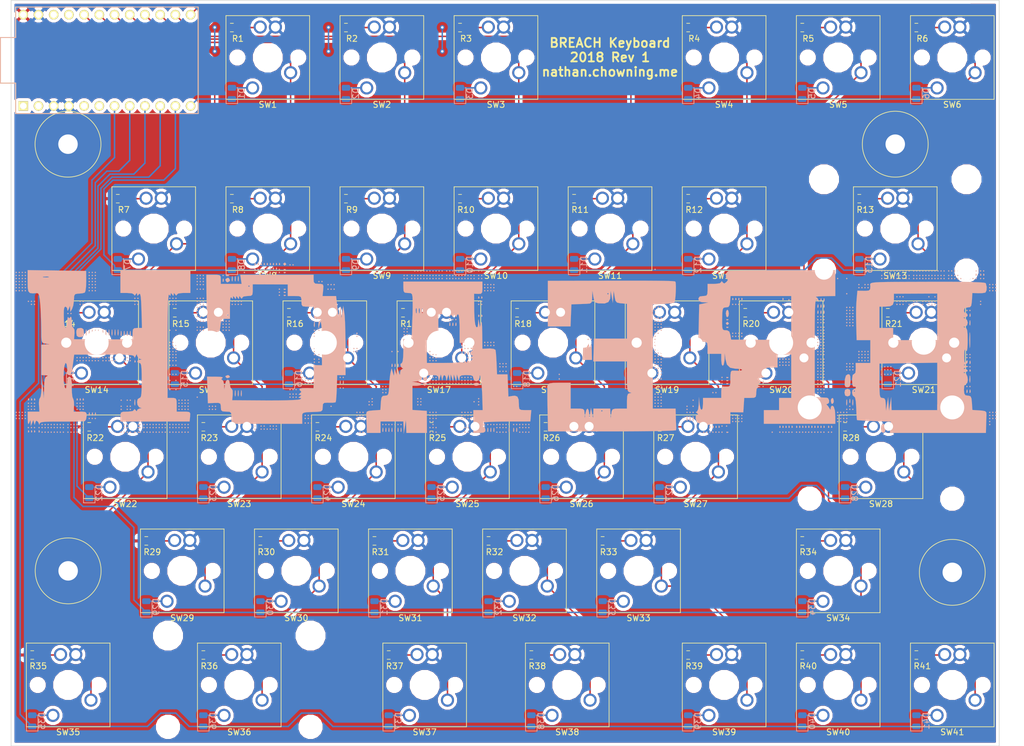
<source format=kicad_pcb>
(kicad_pcb (version 20171130) (host pcbnew 5.0.1)
  (layers (0 F.Cu signal) (31 B.Cu signal) (34 B.Paste user hide) (35 F.Paste user hide) (36 B.SilkS user) (37 F.SilkS user) (38 B.Mask user) (39 F.Mask user) (44 Edge.Cuts user))
  (net 0 "")
  (net 1 "Net-(D1-Pad2)")
  (net 2 ROW1)
  (net 3 "Net-(D2-Pad2)")
  (net 4 "Net-(D3-Pad2)")
  (net 5 "Net-(D4-Pad2)")
  (net 6 "Net-(D5-Pad2)")
  (net 7 "Net-(D6-Pad2)")
  (net 8 ROW2)
  (net 9 "Net-(D7-Pad2)")
  (net 10 "Net-(D8-Pad2)")
  (net 11 "Net-(D9-Pad2)")
  (net 12 "Net-(D10-Pad2)")
  (net 13 "Net-(D11-Pad2)")
  (net 14 "Net-(D12-Pad2)")
  (net 15 "Net-(D13-Pad2)")
  (net 16 ROW3)
  (net 17 "Net-(D14-Pad2)")
  (net 18 "Net-(D15-Pad2)")
  (net 19 "Net-(D16-Pad2)")
  (net 20 "Net-(D17-Pad2)")
  (net 21 "Net-(D18-Pad2)")
  (net 22 "Net-(D19-Pad2)")
  (net 23 "Net-(D20-Pad2)")
  (net 24 "Net-(D21-Pad2)")
  (net 25 "Net-(D22-Pad2)")
  (net 26 ROW4)
  (net 27 "Net-(D23-Pad2)")
  (net 28 "Net-(D24-Pad2)")
  (net 29 "Net-(D25-Pad2)")
  (net 30 "Net-(D26-Pad2)")
  (net 31 "Net-(D27-Pad2)")
  (net 32 "Net-(D28-Pad2)")
  (net 33 "Net-(D29-Pad2)")
  (net 34 ROW5)
  (net 35 "Net-(D30-Pad2)")
  (net 36 "Net-(D31-Pad2)")
  (net 37 "Net-(D32-Pad2)")
  (net 38 "Net-(D33-Pad2)")
  (net 39 "Net-(D34-Pad2)")
  (net 40 ROW6)
  (net 41 "Net-(D35-Pad2)")
  (net 42 "Net-(D36-Pad2)")
  (net 43 "Net-(D37-Pad2)")
  (net 44 "Net-(D38-Pad2)")
  (net 45 "Net-(D39-Pad2)")
  (net 46 "Net-(D40-Pad2)")
  (net 47 "Net-(R1-Pad2)")
  (net 48 5V)
  (net 49 "Net-(R2-Pad2)")
  (net 50 "Net-(R3-Pad2)")
  (net 51 "Net-(R4-Pad2)")
  (net 52 "Net-(R5-Pad2)")
  (net 53 "Net-(R6-Pad2)")
  (net 54 "Net-(R7-Pad2)")
  (net 55 "Net-(R8-Pad2)")
  (net 56 "Net-(R9-Pad2)")
  (net 57 "Net-(R10-Pad2)")
  (net 58 "Net-(R11-Pad2)")
  (net 59 "Net-(R12-Pad2)")
  (net 60 "Net-(R13-Pad2)")
  (net 61 "Net-(R14-Pad2)")
  (net 62 "Net-(R15-Pad2)")
  (net 63 "Net-(R16-Pad2)")
  (net 64 "Net-(R17-Pad2)")
  (net 65 "Net-(R18-Pad2)")
  (net 66 "Net-(R19-Pad2)")
  (net 67 "Net-(R20-Pad2)")
  (net 68 "Net-(R21-Pad2)")
  (net 69 "Net-(R22-Pad2)")
  (net 70 "Net-(R23-Pad2)")
  (net 71 "Net-(R24-Pad2)")
  (net 72 "Net-(R25-Pad2)")
  (net 73 "Net-(R26-Pad2)")
  (net 74 "Net-(R27-Pad2)")
  (net 75 "Net-(R28-Pad2)")
  (net 76 "Net-(R29-Pad2)")
  (net 77 "Net-(R30-Pad2)")
  (net 78 "Net-(R31-Pad2)")
  (net 79 "Net-(R32-Pad2)")
  (net 80 "Net-(R33-Pad2)")
  (net 81 "Net-(R34-Pad2)")
  (net 82 "Net-(R35-Pad2)")
  (net 83 "Net-(R36-Pad2)")
  (net 84 "Net-(R37-Pad2)")
  (net 85 "Net-(R38-Pad2)")
  (net 86 "Net-(R39-Pad2)")
  (net 87 "Net-(R40-Pad2)")
  (net 88 GND)
  (net 89 COL2)
  (net 90 COL3)
  (net 91 COL4)
  (net 92 COL6)
  (net 93 COL7)
  (net 94 COL8)
  (net 95 COL1)
  (net 96 COL5)
  (net 97 "Net-(U1-Pad1)")
  (net 98 "Net-(U1-Pad2)")
  (net 99 "Net-(U1-Pad5)")
  (net 100 "Net-(U1-Pad6)")
  (net 101 "Net-(U1-Pad21)")
  (net 102 "Net-(U1-Pad22)")
  (net 103 "Net-(D41-Pad2)")
  (net 104 "Net-(R41-Pad2)")
  (module Connector:Banana_Jack_1Pin (layer F.Cu) (at 177.6375 54)
    (fp_text reference REF** hide)
    (fp_text value Banana_Jack_1Pin)
    (pad 1 thru_hole circle (at 0 0) (size 5 5) (drill 3.25) (layers *.Cu *.Mask))
  )
  (module Connector:Banana_Jack_1Pin (layer F.Cu) (at 39.5 54)
    (fp_text reference REF** hide)
    (fp_text value Banana_Jack_1Pin)
    (pad 1 thru_hole circle (at 0 0) (size 5 5) (drill 3.25) (layers *.Cu *.Mask))
  )
  (module Connector:Banana_Jack_1Pin (layer F.Cu) (at 39.525 125.25)
    (fp_text reference REF** hide)
    (fp_text value Banana_Jack_1Pin)
    (pad 1 thru_hole circle (at 0 0) (size 5 5) (drill 3.25) (layers *.Cu *.Mask))
  )
  (module breach_keyboard:SW_Cherry_MX1A_1.00u_PCB (layer F.Cu) (at 168.1125 125.25 180)
    (fp_text reference SW34 (at 0 -7.874 180) (layer F.SilkS))
    (fp_text value SW_Push_LED)
    (pad "" np_thru_hole circle (at 5.08 0 180) (size 1.7 1.7) (drill 1.7) (layers *.Cu *.Mask))
    (pad "" np_thru_hole circle (at -5.08 0 180) (size 1.7 1.7) (drill 1.7) (layers *.Cu *.Mask))
    (pad "" np_thru_hole circle (at 0 0 180) (size 4 4) (drill 4) (layers *.Cu *.Mask))
    (pad 4 thru_hole circle (at 1.27 5.08 180) (size 2.2 2.2) (drill 1.5) (layers *.Cu *.Mask) (net 81 "Net-(R34-Pad2)"))
    (pad 3 thru_hole circle (at -1.27 5.08 180) (size 2.2 2.2) (drill 1.5) (layers *.Cu *.Mask) (net 88 GND))
    (pad 2 thru_hole circle (at -3.81 -2.54 180) (size 2.2 2.2) (drill 1.5) (layers *.Cu *.Mask) (net 93 COL7))
    (pad 1 thru_hole circle (at 2.54 -5.08 180) (size 2.2 2.2) (drill 1.5) (layers *.Cu *.Mask) (net 39 "Net-(D34-Pad2)"))
  )
  (module breach_keyboard:breach_logo_big (layer B.Cu) (at 111.5 88.5 180)
    (fp_text reference G*** hide)
    (fp_text value LOGO hide)
  )
  (module breach_keyboard:SW_Cherry_MX1A_1.00u_PCB (layer F.Cu) (at 72.8625 39.525 180)
    (fp_text reference SW1 (at 0 -7.874 180) (layer F.SilkS))
    (fp_text value SW_Push_LED)
    (pad "" np_thru_hole circle (at 5.08 0 180) (size 1.7 1.7) (drill 1.7) (layers *.Cu *.Mask))
    (pad "" np_thru_hole circle (at -5.08 0 180) (size 1.7 1.7) (drill 1.7) (layers *.Cu *.Mask))
    (pad "" np_thru_hole circle (at 0 0 180) (size 4 4) (drill 4) (layers *.Cu *.Mask))
    (pad 4 thru_hole circle (at 1.27 5.08 180) (size 2.2 2.2) (drill 1.5) (layers *.Cu *.Mask) (net 47 "Net-(R1-Pad2)"))
    (pad 3 thru_hole circle (at -1.27 5.08 180) (size 2.2 2.2) (drill 1.5) (layers *.Cu *.Mask) (net 88 GND))
    (pad 2 thru_hole circle (at -3.81 -2.54 180) (size 2.2 2.2) (drill 1.5) (layers *.Cu *.Mask) (net 89 COL2))
    (pad 1 thru_hole circle (at 2.54 -5.08 180) (size 2.2 2.2) (drill 1.5) (layers *.Cu *.Mask) (net 1 "Net-(D1-Pad2)"))
  )
  (module Resistor_SMD:R_0805_2012Metric (layer F.Cu) (at 66.8625 34.525)
    (fp_text reference R1 (at 1 1.85) (layer F.SilkS))
    (fp_text value R_Small_US)
    (pad 2 smd roundrect (at 0.9375 0) (size 0.975 1.4) (layers F.Cu F.Paste F.Mask) (net 47 "Net-(R1-Pad2)"))
    (pad 1 smd roundrect (at -0.9375 0) (size 0.975 1.4) (layers F.Cu F.Paste F.Mask) (net 48 5V))
  )
  (module Resistor_SMD:R_0805_2012Metric (layer F.Cu) (at 85.9125 34.525)
    (fp_text reference R2 (at 1 1.85) (layer F.SilkS))
    (fp_text value R_Small_US)
    (pad 1 smd roundrect (at -0.9375 0) (size 0.975 1.4) (layers F.Cu F.Paste F.Mask) (net 48 5V))
    (pad 2 smd roundrect (at 0.9375 0) (size 0.975 1.4) (layers F.Cu F.Paste F.Mask) (net 49 "Net-(R2-Pad2)"))
  )
  (module Resistor_SMD:R_0805_2012Metric (layer F.Cu) (at 104.9625 34.525)
    (fp_text reference R3 (at 1 1.85) (layer F.SilkS))
    (fp_text value R_Small_US)
    (pad 2 smd roundrect (at 0.9375 0) (size 0.975 1.4) (layers F.Cu F.Paste F.Mask) (net 50 "Net-(R3-Pad2)"))
    (pad 1 smd roundrect (at -0.9375 0) (size 0.975 1.4) (layers F.Cu F.Paste F.Mask) (net 48 5V))
  )
  (module Resistor_SMD:R_0805_2012Metric (layer F.Cu) (at 143.0625 34.525)
    (fp_text reference R4 (at 1 1.85) (layer F.SilkS))
    (fp_text value R_Small_US)
    (pad 1 smd roundrect (at -0.9375 0) (size 0.975 1.4) (layers F.Cu F.Paste F.Mask) (net 48 5V))
    (pad 2 smd roundrect (at 0.9375 0) (size 0.975 1.4) (layers F.Cu F.Paste F.Mask) (net 51 "Net-(R4-Pad2)"))
  )
  (module Resistor_SMD:R_0805_2012Metric (layer F.Cu) (at 162.1125 34.525)
    (fp_text reference R5 (at 1 1.85) (layer F.SilkS))
    (fp_text value R_Small_US)
    (pad 1 smd roundrect (at -0.9375 0) (size 0.975 1.4) (layers F.Cu F.Paste F.Mask) (net 48 5V))
    (pad 2 smd roundrect (at 0.9375 0) (size 0.975 1.4) (layers F.Cu F.Paste F.Mask) (net 52 "Net-(R5-Pad2)"))
  )
  (module Resistor_SMD:R_0805_2012Metric (layer F.Cu) (at 181.1625 34.525)
    (fp_text reference R6 (at 1 1.85) (layer F.SilkS))
    (fp_text value R_Small_US)
    (pad 2 smd roundrect (at 0.9375 0) (size 0.975 1.4) (layers F.Cu F.Paste F.Mask) (net 53 "Net-(R6-Pad2)"))
    (pad 1 smd roundrect (at -0.9375 0) (size 0.975 1.4) (layers F.Cu F.Paste F.Mask) (net 48 5V))
  )
  (module Resistor_SMD:R_0805_2012Metric (layer F.Cu) (at 47.8125 63.1)
    (fp_text reference R7 (at 1 1.85) (layer F.SilkS))
    (fp_text value R_Small_US)
    (pad 2 smd roundrect (at 0.9375 0) (size 0.975 1.4) (layers F.Cu F.Paste F.Mask) (net 54 "Net-(R7-Pad2)"))
    (pad 1 smd roundrect (at -0.9375 0) (size 0.975 1.4) (layers F.Cu F.Paste F.Mask) (net 48 5V))
  )
  (module Resistor_SMD:R_0805_2012Metric (layer F.Cu) (at 66.8625 63.10005)
    (fp_text reference R8 (at 1 1.85) (layer F.SilkS))
    (fp_text value R_Small_US)
    (pad 1 smd roundrect (at -0.9375 0) (size 0.975 1.4) (layers F.Cu F.Paste F.Mask) (net 48 5V))
    (pad 2 smd roundrect (at 0.9375 0) (size 0.975 1.4) (layers F.Cu F.Paste F.Mask) (net 55 "Net-(R8-Pad2)"))
  )
  (module Resistor_SMD:R_0805_2012Metric (layer F.Cu) (at 85.9125 63.10005)
    (fp_text reference R9 (at 1 1.85) (layer F.SilkS))
    (fp_text value R_Small_US)
    (pad 2 smd roundrect (at 0.9375 0) (size 0.975 1.4) (layers F.Cu F.Paste F.Mask) (net 56 "Net-(R9-Pad2)"))
    (pad 1 smd roundrect (at -0.9375 0) (size 0.975 1.4) (layers F.Cu F.Paste F.Mask) (net 48 5V))
  )
  (module Resistor_SMD:R_0805_2012Metric (layer F.Cu) (at 104.9625 63.10005)
    (fp_text reference R10 (at 1 1.85) (layer F.SilkS))
    (fp_text value R_Small_US)
    (pad 1 smd roundrect (at -0.9375 0) (size 0.975 1.4) (layers F.Cu F.Paste F.Mask) (net 48 5V))
    (pad 2 smd roundrect (at 0.9375 0) (size 0.975 1.4) (layers F.Cu F.Paste F.Mask) (net 57 "Net-(R10-Pad2)"))
  )
  (module Resistor_SMD:R_0805_2012Metric (layer F.Cu) (at 124.0125 63.10005)
    (fp_text reference R11 (at 1 1.85) (layer F.SilkS))
    (fp_text value R_Small_US)
    (pad 1 smd roundrect (at -0.9375 0) (size 0.975 1.4) (layers F.Cu F.Paste F.Mask) (net 48 5V))
    (pad 2 smd roundrect (at 0.9375 0) (size 0.975 1.4) (layers F.Cu F.Paste F.Mask) (net 58 "Net-(R11-Pad2)"))
  )
  (module Resistor_SMD:R_0805_2012Metric (layer F.Cu) (at 143.0625 63.10005)
    (fp_text reference R12 (at 1 1.85) (layer F.SilkS))
    (fp_text value R_Small_US)
    (pad 1 smd roundrect (at -0.9375 0) (size 0.975 1.4) (layers F.Cu F.Paste F.Mask) (net 48 5V))
    (pad 2 smd roundrect (at 0.9375 0) (size 0.975 1.4) (layers F.Cu F.Paste F.Mask) (net 59 "Net-(R12-Pad2)"))
  )
  (module Resistor_SMD:R_0805_2012Metric (layer F.Cu) (at 171.6375 63.10005)
    (fp_text reference R13 (at 1 1.85) (layer F.SilkS))
    (fp_text value R_Small_US)
    (pad 2 smd roundrect (at 0.9375 0) (size 0.975 1.4) (layers F.Cu F.Paste F.Mask) (net 60 "Net-(R13-Pad2)"))
    (pad 1 smd roundrect (at -0.9375 0) (size 0.975 1.4) (layers F.Cu F.Paste F.Mask) (net 48 5V))
  )
  (module Resistor_SMD:R_0805_2012Metric (layer F.Cu) (at 38.2875 82.15)
    (fp_text reference R14 (at 1 1.85) (layer F.SilkS))
    (fp_text value R_Small_US)
    (pad 1 smd roundrect (at -0.9375 0) (size 0.975 1.4) (layers F.Cu F.Paste F.Mask) (net 48 5V))
    (pad 2 smd roundrect (at 0.9375 0) (size 0.975 1.4) (layers F.Cu F.Paste F.Mask) (net 61 "Net-(R14-Pad2)"))
  )
  (module Resistor_SMD:R_0805_2012Metric (layer F.Cu) (at 57.3375 82.15005)
    (fp_text reference R15 (at 1 1.85) (layer F.SilkS))
    (fp_text value R_Small_US)
    (pad 1 smd roundrect (at -0.9375 0) (size 0.975 1.4) (layers F.Cu F.Paste F.Mask) (net 48 5V))
    (pad 2 smd roundrect (at 0.9375 0) (size 0.975 1.4) (layers F.Cu F.Paste F.Mask) (net 62 "Net-(R15-Pad2)"))
  )
  (module Resistor_SMD:R_0805_2012Metric (layer F.Cu) (at 76.3875 82.15005)
    (fp_text reference R16 (at 1 1.85) (layer F.SilkS))
    (fp_text value R_Small_US)
    (pad 2 smd roundrect (at 0.9375 0) (size 0.975 1.4) (layers F.Cu F.Paste F.Mask) (net 63 "Net-(R16-Pad2)"))
    (pad 1 smd roundrect (at -0.9375 0) (size 0.975 1.4) (layers F.Cu F.Paste F.Mask) (net 48 5V))
  )
  (module Resistor_SMD:R_0805_2012Metric (layer F.Cu) (at 95.4375 82.15005)
    (fp_text reference R17 (at 1 1.85) (layer F.SilkS))
    (fp_text value R_Small_US)
    (pad 2 smd roundrect (at 0.9375 0) (size 0.975 1.4) (layers F.Cu F.Paste F.Mask) (net 64 "Net-(R17-Pad2)"))
    (pad 1 smd roundrect (at -0.9375 0) (size 0.975 1.4) (layers F.Cu F.Paste F.Mask) (net 48 5V))
  )
  (module Resistor_SMD:R_0805_2012Metric (layer F.Cu) (at 114.4875 82.15005)
    (fp_text reference R18 (at 1 1.85) (layer F.SilkS))
    (fp_text value R_Small_US)
    (pad 1 smd roundrect (at -0.9375 0) (size 0.975 1.4) (layers F.Cu F.Paste F.Mask) (net 48 5V))
    (pad 2 smd roundrect (at 0.9375 0) (size 0.975 1.4) (layers F.Cu F.Paste F.Mask) (net 65 "Net-(R18-Pad2)"))
  )
  (module Resistor_SMD:R_0805_2012Metric (layer F.Cu) (at 133.5375 82.15005)
    (fp_text reference R19 (at 1 1.85) (layer F.SilkS))
    (fp_text value R_Small_US)
    (pad 2 smd roundrect (at 0.9375 0) (size 0.975 1.4) (layers F.Cu F.Paste F.Mask) (net 66 "Net-(R19-Pad2)"))
    (pad 1 smd roundrect (at -0.9375 0) (size 0.975 1.4) (layers F.Cu F.Paste F.Mask) (net 48 5V))
  )
  (module Resistor_SMD:R_0805_2012Metric (layer F.Cu) (at 152.5875 82.15005)
    (fp_text reference R20 (at 1 1.85) (layer F.SilkS))
    (fp_text value R_Small_US)
    (pad 2 smd roundrect (at 0.9375 0) (size 0.975 1.4) (layers F.Cu F.Paste F.Mask) (net 67 "Net-(R20-Pad2)"))
    (pad 1 smd roundrect (at -0.9375 0) (size 0.975 1.4) (layers F.Cu F.Paste F.Mask) (net 48 5V))
  )
  (module Resistor_SMD:R_0805_2012Metric (layer F.Cu) (at 176.4 82.15005)
    (fp_text reference R21 (at 1 1.85) (layer F.SilkS))
    (fp_text value R_Small_US)
    (pad 1 smd roundrect (at -0.9375 0) (size 0.975 1.4) (layers F.Cu F.Paste F.Mask) (net 48 5V))
    (pad 2 smd roundrect (at 0.9375 0) (size 0.975 1.4) (layers F.Cu F.Paste F.Mask) (net 68 "Net-(R21-Pad2)"))
  )
  (module Resistor_SMD:R_0805_2012Metric (layer F.Cu) (at 43.05 101.2)
    (fp_text reference R22 (at 1 1.85) (layer F.SilkS))
    (fp_text value R_Small_US)
    (pad 1 smd roundrect (at -0.9375 0) (size 0.975 1.4) (layers F.Cu F.Paste F.Mask) (net 48 5V))
    (pad 2 smd roundrect (at 0.9375 0) (size 0.975 1.4) (layers F.Cu F.Paste F.Mask) (net 69 "Net-(R22-Pad2)"))
  )
  (module Resistor_SMD:R_0805_2012Metric (layer F.Cu) (at 62.1 101.20005)
    (fp_text reference R23 (at 1 1.85) (layer F.SilkS))
    (fp_text value R_Small_US)
    (pad 2 smd roundrect (at 0.9375 0) (size 0.975 1.4) (layers F.Cu F.Paste F.Mask) (net 70 "Net-(R23-Pad2)"))
    (pad 1 smd roundrect (at -0.9375 0) (size 0.975 1.4) (layers F.Cu F.Paste F.Mask) (net 48 5V))
  )
  (module Resistor_SMD:R_0805_2012Metric (layer F.Cu) (at 81.15 101.20005)
    (fp_text reference R24 (at 1 1.85) (layer F.SilkS))
    (fp_text value R_Small_US)
    (pad 2 smd roundrect (at 0.9375 0) (size 0.975 1.4) (layers F.Cu F.Paste F.Mask) (net 71 "Net-(R24-Pad2)"))
    (pad 1 smd roundrect (at -0.9375 0) (size 0.975 1.4) (layers F.Cu F.Paste F.Mask) (net 48 5V))
  )
  (module Resistor_SMD:R_0805_2012Metric (layer F.Cu) (at 100.2 101.20005)
    (fp_text reference R25 (at 1 1.85) (layer F.SilkS))
    (fp_text value R_Small_US)
    (pad 1 smd roundrect (at -0.9375 0) (size 0.975 1.4) (layers F.Cu F.Paste F.Mask) (net 48 5V))
    (pad 2 smd roundrect (at 0.9375 0) (size 0.975 1.4) (layers F.Cu F.Paste F.Mask) (net 72 "Net-(R25-Pad2)"))
  )
  (module Resistor_SMD:R_0805_2012Metric (layer F.Cu) (at 119.25 101.20005)
    (fp_text reference R26 (at 1 1.85) (layer F.SilkS))
    (fp_text value R_Small_US)
    (pad 2 smd roundrect (at 0.9375 0) (size 0.975 1.4) (layers F.Cu F.Paste F.Mask) (net 73 "Net-(R26-Pad2)"))
    (pad 1 smd roundrect (at -0.9375 0) (size 0.975 1.4) (layers F.Cu F.Paste F.Mask) (net 48 5V))
  )
  (module Resistor_SMD:R_0805_2012Metric (layer F.Cu) (at 138.3 101.20005)
    (fp_text reference R27 (at 1 1.85) (layer F.SilkS))
    (fp_text value R_Small_US)
    (pad 2 smd roundrect (at 0.9375 0) (size 0.975 1.4) (layers F.Cu F.Paste F.Mask) (net 74 "Net-(R27-Pad2)"))
    (pad 1 smd roundrect (at -0.9375 0) (size 0.975 1.4) (layers F.Cu F.Paste F.Mask) (net 48 5V))
  )
  (module Resistor_SMD:R_0805_2012Metric (layer F.Cu) (at 169.25625 101.20005)
    (fp_text reference R28 (at 1 1.85) (layer F.SilkS))
    (fp_text value R_Small_US)
    (pad 1 smd roundrect (at -0.9375 0) (size 0.975 1.4) (layers F.Cu F.Paste F.Mask) (net 48 5V))
    (pad 2 smd roundrect (at 0.9375 0) (size 0.975 1.4) (layers F.Cu F.Paste F.Mask) (net 75 "Net-(R28-Pad2)"))
  )
  (module Resistor_SMD:R_0805_2012Metric (layer F.Cu) (at 52.575 120.25)
    (fp_text reference R29 (at 1 1.85) (layer F.SilkS))
    (fp_text value R_Small_US)
    (pad 2 smd roundrect (at 0.9375 0) (size 0.975 1.4) (layers F.Cu F.Paste F.Mask) (net 76 "Net-(R29-Pad2)"))
    (pad 1 smd roundrect (at -0.9375 0) (size 0.975 1.4) (layers F.Cu F.Paste F.Mask) (net 48 5V))
  )
  (module Resistor_SMD:R_0805_2012Metric (layer F.Cu) (at 71.625 120.25005)
    (fp_text reference R30 (at 1 1.85) (layer F.SilkS))
    (fp_text value R_Small_US)
    (pad 1 smd roundrect (at -0.9375 0) (size 0.975 1.4) (layers F.Cu F.Paste F.Mask) (net 48 5V))
    (pad 2 smd roundrect (at 0.9375 0) (size 0.975 1.4) (layers F.Cu F.Paste F.Mask) (net 77 "Net-(R30-Pad2)"))
  )
  (module Resistor_SMD:R_0805_2012Metric (layer F.Cu) (at 90.675 120.25005)
    (fp_text reference R31 (at 1 1.85) (layer F.SilkS))
    (fp_text value R_Small_US)
    (pad 1 smd roundrect (at -0.9375 0) (size 0.975 1.4) (layers F.Cu F.Paste F.Mask) (net 48 5V))
    (pad 2 smd roundrect (at 0.9375 0) (size 0.975 1.4) (layers F.Cu F.Paste F.Mask) (net 78 "Net-(R31-Pad2)"))
  )
  (module Resistor_SMD:R_0805_2012Metric (layer F.Cu) (at 109.725 120.25005)
    (fp_text reference R32 (at 1 1.85) (layer F.SilkS))
    (fp_text value R_Small_US)
    (pad 1 smd roundrect (at -0.9375 0) (size 0.975 1.4) (layers F.Cu F.Paste F.Mask) (net 48 5V))
    (pad 2 smd roundrect (at 0.9375 0) (size 0.975 1.4) (layers F.Cu F.Paste F.Mask) (net 79 "Net-(R32-Pad2)"))
  )
  (module Resistor_SMD:R_0805_2012Metric (layer F.Cu) (at 128.775 120.25005)
    (fp_text reference R33 (at 1 1.85) (layer F.SilkS))
    (fp_text value R_Small_US)
    (pad 2 smd roundrect (at 0.9375 0) (size 0.975 1.4) (layers F.Cu F.Paste F.Mask) (net 80 "Net-(R33-Pad2)"))
    (pad 1 smd roundrect (at -0.9375 0) (size 0.975 1.4) (layers F.Cu F.Paste F.Mask) (net 48 5V))
  )
  (module Resistor_SMD:R_0805_2012Metric (layer F.Cu) (at 162.1125 120.25)
    (fp_text reference R34 (at 1 1.85) (layer F.SilkS))
    (fp_text value R_Small_US)
    (pad 1 smd roundrect (at -0.9375 0) (size 0.975 1.4) (layers F.Cu F.Paste F.Mask) (net 48 5V))
    (pad 2 smd roundrect (at 0.9375 0) (size 0.975 1.4) (layers F.Cu F.Paste F.Mask) (net 81 "Net-(R34-Pad2)"))
  )
  (module Resistor_SMD:R_0805_2012Metric (layer F.Cu) (at 33.525 139.3)
    (fp_text reference R35 (at 1 1.85) (layer F.SilkS))
    (fp_text value R_Small_US)
    (pad 1 smd roundrect (at -0.9375 0) (size 0.975 1.4) (layers F.Cu F.Paste F.Mask) (net 48 5V))
    (pad 2 smd roundrect (at 0.9375 0) (size 0.975 1.4) (layers F.Cu F.Paste F.Mask) (net 82 "Net-(R35-Pad2)"))
  )
  (module Resistor_SMD:R_0805_2012Metric (layer F.Cu) (at 62.1 139.3)
    (fp_text reference R36 (at 1 1.85) (layer F.SilkS))
    (fp_text value R_Small_US)
    (pad 2 smd roundrect (at 0.9375 0) (size 0.975 1.4) (layers F.Cu F.Paste F.Mask) (net 83 "Net-(R36-Pad2)"))
    (pad 1 smd roundrect (at -0.9375 0) (size 0.975 1.4) (layers F.Cu F.Paste F.Mask) (net 48 5V))
  )
  (module Resistor_SMD:R_0805_2012Metric (layer F.Cu) (at 93.05625 139.3)
    (fp_text reference R37 (at 1 1.85) (layer F.SilkS))
    (fp_text value R_Small_US)
    (pad 1 smd roundrect (at -0.9375 0) (size 0.975 1.4) (layers F.Cu F.Paste F.Mask) (net 48 5V))
    (pad 2 smd roundrect (at 0.9375 0) (size 0.975 1.4) (layers F.Cu F.Paste F.Mask) (net 84 "Net-(R37-Pad2)"))
  )
  (module Resistor_SMD:R_0805_2012Metric (layer F.Cu) (at 116.86875 139.3)
    (fp_text reference R38 (at 1 1.85) (layer F.SilkS))
    (fp_text value R_Small_US)
    (pad 2 smd roundrect (at 0.9375 0) (size 0.975 1.4) (layers F.Cu F.Paste F.Mask) (net 85 "Net-(R38-Pad2)"))
    (pad 1 smd roundrect (at -0.9375 0) (size 0.975 1.4) (layers F.Cu F.Paste F.Mask) (net 48 5V))
  )
  (module Resistor_SMD:R_0805_2012Metric (layer F.Cu) (at 143.0625 139.3)
    (fp_text reference R39 (at 1 1.85) (layer F.SilkS))
    (fp_text value R_Small_US)
    (pad 2 smd roundrect (at 0.9375 0) (size 0.975 1.4) (layers F.Cu F.Paste F.Mask) (net 86 "Net-(R39-Pad2)"))
    (pad 1 smd roundrect (at -0.9375 0) (size 0.975 1.4) (layers F.Cu F.Paste F.Mask) (net 48 5V))
  )
  (module Resistor_SMD:R_0805_2012Metric (layer F.Cu) (at 162.1125 139.3)
    (fp_text reference R40 (at 1 1.85) (layer F.SilkS))
    (fp_text value R_Small_US)
    (pad 1 smd roundrect (at -0.9375 0) (size 0.975 1.4) (layers F.Cu F.Paste F.Mask) (net 48 5V))
    (pad 2 smd roundrect (at 0.9375 0) (size 0.975 1.4) (layers F.Cu F.Paste F.Mask) (net 87 "Net-(R40-Pad2)"))
  )
  (module breach_keyboard:SW_Cherry_MX1A_1.00u_PCB (layer F.Cu) (at 91.9125 39.525 180)
    (fp_text reference SW2 (at 0 -7.874 180) (layer F.SilkS))
    (fp_text value SW_Push_LED)
    (pad "" np_thru_hole circle (at 5.08 0 180) (size 1.7 1.7) (drill 1.7) (layers *.Cu *.Mask))
    (pad "" np_thru_hole circle (at -5.08 0 180) (size 1.7 1.7) (drill 1.7) (layers *.Cu *.Mask))
    (pad "" np_thru_hole circle (at 0 0 180) (size 4 4) (drill 4) (layers *.Cu *.Mask))
    (pad 4 thru_hole circle (at 1.27 5.08 180) (size 2.2 2.2) (drill 1.5) (layers *.Cu *.Mask) (net 49 "Net-(R2-Pad2)"))
    (pad 3 thru_hole circle (at -1.27 5.08 180) (size 2.2 2.2) (drill 1.5) (layers *.Cu *.Mask) (net 88 GND))
    (pad 2 thru_hole circle (at -3.81 -2.54 180) (size 2.2 2.2) (drill 1.5) (layers *.Cu *.Mask) (net 90 COL3))
    (pad 1 thru_hole circle (at 2.54 -5.08 180) (size 2.2 2.2) (drill 1.5) (layers *.Cu *.Mask) (net 3 "Net-(D2-Pad2)"))
  )
  (module breach_keyboard:SW_Cherry_MX1A_1.00u_PCB (layer F.Cu) (at 110.9625 39.525 180)
    (fp_text reference SW3 (at 0 -7.874 180) (layer F.SilkS))
    (fp_text value SW_Push_LED)
    (pad 1 thru_hole circle (at 2.54 -5.08 180) (size 2.2 2.2) (drill 1.5) (layers *.Cu *.Mask) (net 4 "Net-(D3-Pad2)"))
    (pad 2 thru_hole circle (at -3.81 -2.54 180) (size 2.2 2.2) (drill 1.5) (layers *.Cu *.Mask) (net 91 COL4))
    (pad 3 thru_hole circle (at -1.27 5.08 180) (size 2.2 2.2) (drill 1.5) (layers *.Cu *.Mask) (net 88 GND))
    (pad 4 thru_hole circle (at 1.27 5.08 180) (size 2.2 2.2) (drill 1.5) (layers *.Cu *.Mask) (net 50 "Net-(R3-Pad2)"))
    (pad "" np_thru_hole circle (at 0 0 180) (size 4 4) (drill 4) (layers *.Cu *.Mask))
    (pad "" np_thru_hole circle (at -5.08 0 180) (size 1.7 1.7) (drill 1.7) (layers *.Cu *.Mask))
    (pad "" np_thru_hole circle (at 5.08 0 180) (size 1.7 1.7) (drill 1.7) (layers *.Cu *.Mask))
  )
  (module breach_keyboard:SW_Cherry_MX1A_1.00u_PCB (layer F.Cu) (at 149.0625 39.525 180)
    (fp_text reference SW4 (at 0 -7.874 180) (layer F.SilkS))
    (fp_text value SW_Push_LED)
    (pad 1 thru_hole circle (at 2.54 -5.08 180) (size 2.2 2.2) (drill 1.5) (layers *.Cu *.Mask) (net 5 "Net-(D4-Pad2)"))
    (pad 2 thru_hole circle (at -3.81 -2.54 180) (size 2.2 2.2) (drill 1.5) (layers *.Cu *.Mask) (net 92 COL6))
    (pad 3 thru_hole circle (at -1.27 5.08 180) (size 2.2 2.2) (drill 1.5) (layers *.Cu *.Mask) (net 88 GND))
    (pad 4 thru_hole circle (at 1.27 5.08 180) (size 2.2 2.2) (drill 1.5) (layers *.Cu *.Mask) (net 51 "Net-(R4-Pad2)"))
    (pad "" np_thru_hole circle (at 0 0 180) (size 4 4) (drill 4) (layers *.Cu *.Mask))
    (pad "" np_thru_hole circle (at -5.08 0 180) (size 1.7 1.7) (drill 1.7) (layers *.Cu *.Mask))
    (pad "" np_thru_hole circle (at 5.08 0 180) (size 1.7 1.7) (drill 1.7) (layers *.Cu *.Mask))
  )
  (module breach_keyboard:SW_Cherry_MX1A_1.00u_PCB (layer F.Cu) (at 168.1125 39.525 180)
    (fp_text reference SW5 (at 0 -7.874 180) (layer F.SilkS))
    (fp_text value SW_Push_LED)
    (pad 1 thru_hole circle (at 2.54 -5.08 180) (size 2.2 2.2) (drill 1.5) (layers *.Cu *.Mask) (net 6 "Net-(D5-Pad2)"))
    (pad 2 thru_hole circle (at -3.81 -2.54 180) (size 2.2 2.2) (drill 1.5) (layers *.Cu *.Mask) (net 93 COL7))
    (pad 3 thru_hole circle (at -1.27 5.08 180) (size 2.2 2.2) (drill 1.5) (layers *.Cu *.Mask) (net 88 GND))
    (pad 4 thru_hole circle (at 1.27 5.08 180) (size 2.2 2.2) (drill 1.5) (layers *.Cu *.Mask) (net 52 "Net-(R5-Pad2)"))
    (pad "" np_thru_hole circle (at 0 0 180) (size 4 4) (drill 4) (layers *.Cu *.Mask))
    (pad "" np_thru_hole circle (at -5.08 0 180) (size 1.7 1.7) (drill 1.7) (layers *.Cu *.Mask))
    (pad "" np_thru_hole circle (at 5.08 0 180) (size 1.7 1.7) (drill 1.7) (layers *.Cu *.Mask))
  )
  (module breach_keyboard:SW_Cherry_MX1A_1.00u_PCB (layer F.Cu) (at 187.1625 39.525 180)
    (fp_text reference SW6 (at 0 -7.874 180) (layer F.SilkS))
    (fp_text value SW_Push_LED)
    (pad 1 thru_hole circle (at 2.54 -5.08 180) (size 2.2 2.2) (drill 1.5) (layers *.Cu *.Mask) (net 7 "Net-(D6-Pad2)"))
    (pad 2 thru_hole circle (at -3.81 -2.54 180) (size 2.2 2.2) (drill 1.5) (layers *.Cu *.Mask) (net 94 COL8))
    (pad 3 thru_hole circle (at -1.27 5.08 180) (size 2.2 2.2) (drill 1.5) (layers *.Cu *.Mask) (net 88 GND))
    (pad 4 thru_hole circle (at 1.27 5.08 180) (size 2.2 2.2) (drill 1.5) (layers *.Cu *.Mask) (net 53 "Net-(R6-Pad2)"))
    (pad "" np_thru_hole circle (at 0 0 180) (size 4 4) (drill 4) (layers *.Cu *.Mask))
    (pad "" np_thru_hole circle (at -5.08 0 180) (size 1.7 1.7) (drill 1.7) (layers *.Cu *.Mask))
    (pad "" np_thru_hole circle (at 5.08 0 180) (size 1.7 1.7) (drill 1.7) (layers *.Cu *.Mask))
  )
  (module breach_keyboard:SW_Cherry_MX1A_1.00u_PCB (layer F.Cu) (at 53.8125 68.09995 180)
    (fp_text reference SW7 (at 0 -7.874 180) (layer F.SilkS))
    (fp_text value SW_Push_LED)
    (pad "" np_thru_hole circle (at 5.08 0 180) (size 1.7 1.7) (drill 1.7) (layers *.Cu *.Mask))
    (pad "" np_thru_hole circle (at -5.08 0 180) (size 1.7 1.7) (drill 1.7) (layers *.Cu *.Mask))
    (pad "" np_thru_hole circle (at 0 0 180) (size 4 4) (drill 4) (layers *.Cu *.Mask))
    (pad 4 thru_hole circle (at 1.27 5.08 180) (size 2.2 2.2) (drill 1.5) (layers *.Cu *.Mask) (net 54 "Net-(R7-Pad2)"))
    (pad 3 thru_hole circle (at -1.27 5.08 180) (size 2.2 2.2) (drill 1.5) (layers *.Cu *.Mask) (net 88 GND))
    (pad 2 thru_hole circle (at -3.81 -2.54 180) (size 2.2 2.2) (drill 1.5) (layers *.Cu *.Mask) (net 95 COL1))
    (pad 1 thru_hole circle (at 2.54 -5.08 180) (size 2.2 2.2) (drill 1.5) (layers *.Cu *.Mask) (net 9 "Net-(D7-Pad2)"))
  )
  (module breach_keyboard:SW_Cherry_MX1A_1.00u_PCB (layer F.Cu) (at 72.8625 68.10005 180)
    (fp_text reference SW8 (at 0 -7.874 180) (layer F.SilkS))
    (fp_text value SW_Push_LED)
    (pad 1 thru_hole circle (at 2.54 -5.08 180) (size 2.2 2.2) (drill 1.5) (layers *.Cu *.Mask) (net 10 "Net-(D8-Pad2)"))
    (pad 2 thru_hole circle (at -3.81 -2.54 180) (size 2.2 2.2) (drill 1.5) (layers *.Cu *.Mask) (net 89 COL2))
    (pad 3 thru_hole circle (at -1.27 5.08 180) (size 2.2 2.2) (drill 1.5) (layers *.Cu *.Mask) (net 88 GND))
    (pad 4 thru_hole circle (at 1.27 5.08 180) (size 2.2 2.2) (drill 1.5) (layers *.Cu *.Mask) (net 55 "Net-(R8-Pad2)"))
    (pad "" np_thru_hole circle (at 0 0 180) (size 4 4) (drill 4) (layers *.Cu *.Mask))
    (pad "" np_thru_hole circle (at -5.08 0 180) (size 1.7 1.7) (drill 1.7) (layers *.Cu *.Mask))
    (pad "" np_thru_hole circle (at 5.08 0 180) (size 1.7 1.7) (drill 1.7) (layers *.Cu *.Mask))
  )
  (module breach_keyboard:SW_Cherry_MX1A_1.00u_PCB (layer F.Cu) (at 91.9125 68.10005 180)
    (fp_text reference SW9 (at 0 -7.874 180) (layer F.SilkS))
    (fp_text value SW_Push_LED)
    (pad "" np_thru_hole circle (at 5.08 0 180) (size 1.7 1.7) (drill 1.7) (layers *.Cu *.Mask))
    (pad "" np_thru_hole circle (at -5.08 0 180) (size 1.7 1.7) (drill 1.7) (layers *.Cu *.Mask))
    (pad "" np_thru_hole circle (at 0 0 180) (size 4 4) (drill 4) (layers *.Cu *.Mask))
    (pad 4 thru_hole circle (at 1.27 5.08 180) (size 2.2 2.2) (drill 1.5) (layers *.Cu *.Mask) (net 56 "Net-(R9-Pad2)"))
    (pad 3 thru_hole circle (at -1.27 5.08 180) (size 2.2 2.2) (drill 1.5) (layers *.Cu *.Mask) (net 88 GND))
    (pad 2 thru_hole circle (at -3.81 -2.54 180) (size 2.2 2.2) (drill 1.5) (layers *.Cu *.Mask) (net 90 COL3))
    (pad 1 thru_hole circle (at 2.54 -5.08 180) (size 2.2 2.2) (drill 1.5) (layers *.Cu *.Mask) (net 11 "Net-(D9-Pad2)"))
  )
  (module breach_keyboard:SW_Cherry_MX1A_1.00u_PCB (layer F.Cu) (at 110.9625 68.10005 180)
    (fp_text reference SW10 (at 0 -7.874 180) (layer F.SilkS))
    (fp_text value SW_Push_LED)
    (pad 1 thru_hole circle (at 2.54 -5.08 180) (size 2.2 2.2) (drill 1.5) (layers *.Cu *.Mask) (net 12 "Net-(D10-Pad2)"))
    (pad 2 thru_hole circle (at -3.81 -2.54 180) (size 2.2 2.2) (drill 1.5) (layers *.Cu *.Mask) (net 91 COL4))
    (pad 3 thru_hole circle (at -1.27 5.08 180) (size 2.2 2.2) (drill 1.5) (layers *.Cu *.Mask) (net 88 GND))
    (pad 4 thru_hole circle (at 1.27 5.08 180) (size 2.2 2.2) (drill 1.5) (layers *.Cu *.Mask) (net 57 "Net-(R10-Pad2)"))
    (pad "" np_thru_hole circle (at 0 0 180) (size 4 4) (drill 4) (layers *.Cu *.Mask))
    (pad "" np_thru_hole circle (at -5.08 0 180) (size 1.7 1.7) (drill 1.7) (layers *.Cu *.Mask))
    (pad "" np_thru_hole circle (at 5.08 0 180) (size 1.7 1.7) (drill 1.7) (layers *.Cu *.Mask))
  )
  (module breach_keyboard:SW_Cherry_MX1A_1.00u_PCB (layer F.Cu) (at 130.0125 68.10005 180)
    (fp_text reference SW11 (at 0 -7.874 180) (layer F.SilkS))
    (fp_text value SW_Push_LED)
    (pad "" np_thru_hole circle (at 5.08 0 180) (size 1.7 1.7) (drill 1.7) (layers *.Cu *.Mask))
    (pad "" np_thru_hole circle (at -5.08 0 180) (size 1.7 1.7) (drill 1.7) (layers *.Cu *.Mask))
    (pad "" np_thru_hole circle (at 0 0 180) (size 4 4) (drill 4) (layers *.Cu *.Mask))
    (pad 4 thru_hole circle (at 1.27 5.08 180) (size 2.2 2.2) (drill 1.5) (layers *.Cu *.Mask) (net 58 "Net-(R11-Pad2)"))
    (pad 3 thru_hole circle (at -1.27 5.08 180) (size 2.2 2.2) (drill 1.5) (layers *.Cu *.Mask) (net 88 GND))
    (pad 2 thru_hole circle (at -3.81 -2.54 180) (size 2.2 2.2) (drill 1.5) (layers *.Cu *.Mask) (net 96 COL5))
    (pad 1 thru_hole circle (at 2.54 -5.08 180) (size 2.2 2.2) (drill 1.5) (layers *.Cu *.Mask) (net 13 "Net-(D11-Pad2)"))
  )
  (module breach_keyboard:SW_Cherry_MX1A_1.00u_PCB (layer F.Cu) (at 149.0625 68.10005 180)
    (fp_text reference SW12 (at 0 -7.874 180) (layer F.SilkS))
    (fp_text value SW_Push_LED)
    (pad 1 thru_hole circle (at 2.54 -5.08 180) (size 2.2 2.2) (drill 1.5) (layers *.Cu *.Mask) (net 14 "Net-(D12-Pad2)"))
    (pad 2 thru_hole circle (at -3.81 -2.54 180) (size 2.2 2.2) (drill 1.5) (layers *.Cu *.Mask) (net 92 COL6))
    (pad 3 thru_hole circle (at -1.27 5.08 180) (size 2.2 2.2) (drill 1.5) (layers *.Cu *.Mask) (net 88 GND))
    (pad 4 thru_hole circle (at 1.27 5.08 180) (size 2.2 2.2) (drill 1.5) (layers *.Cu *.Mask) (net 59 "Net-(R12-Pad2)"))
    (pad "" np_thru_hole circle (at 0 0 180) (size 4 4) (drill 4) (layers *.Cu *.Mask))
    (pad "" np_thru_hole circle (at -5.08 0 180) (size 1.7 1.7) (drill 1.7) (layers *.Cu *.Mask))
    (pad "" np_thru_hole circle (at 5.08 0 180) (size 1.7 1.7) (drill 1.7) (layers *.Cu *.Mask))
  )
  (module breach_keyboard:SW_Cherry_MX1A_2.25u_PCB (layer F.Cu) (at 177.6375 68.10005 180)
    (fp_text reference SW13 (at 0 -7.874 180) (layer F.SilkS))
    (fp_text value SW_Push_LED)
    (pad 1 thru_hole circle (at 2.54 -5.08 180) (size 2.2 2.2) (drill 1.5) (layers *.Cu *.Mask) (net 15 "Net-(D13-Pad2)"))
    (pad 2 thru_hole circle (at -3.81 -2.54 180) (size 2.2 2.2) (drill 1.5) (layers *.Cu *.Mask) (net 94 COL8))
    (pad 3 thru_hole circle (at -1.27 5.08 180) (size 2.2 2.2) (drill 1.5) (layers *.Cu *.Mask) (net 88 GND))
    (pad 4 thru_hole circle (at 1.27 5.08 180) (size 2.2 2.2) (drill 1.5) (layers *.Cu *.Mask) (net 60 "Net-(R13-Pad2)"))
    (pad "" np_thru_hole circle (at 0 0 180) (size 4 4) (drill 4) (layers *.Cu *.Mask))
    (pad "" np_thru_hole circle (at -5.08 0 180) (size 1.7 1.7) (drill 1.7) (layers *.Cu *.Mask))
    (pad "" np_thru_hole circle (at 5.08 0 180) (size 1.7 1.7) (drill 1.7) (layers *.Cu *.Mask))
    (pad "" np_thru_hole circle (at 11.9 8.24 180) (size 4 4) (drill 4) (layers *.Cu *.Mask))
    (pad "" np_thru_hole circle (at -11.9 8.24 180) (size 4 4) (drill 4) (layers *.Cu *.Mask))
    (pad "" np_thru_hole circle (at -11.9 -7 180) (size 3.05 3.05) (drill 3.05) (layers *.Cu *.Mask))
    (pad "" np_thru_hole circle (at 11.9 -7 180) (size 3.05 3.05) (drill 3.05) (layers *.Cu *.Mask))
  )
  (module breach_keyboard:SW_Cherry_MX1A_1.00u_PCB (layer F.Cu) (at 44.2875 87.15 180)
    (fp_text reference SW14 (at 0 -7.874 180) (layer F.SilkS))
    (fp_text value SW_Push_LED)
    (pad "" np_thru_hole circle (at 5.08 0 180) (size 1.7 1.7) (drill 1.7) (layers *.Cu *.Mask))
    (pad "" np_thru_hole circle (at -5.08 0 180) (size 1.7 1.7) (drill 1.7) (layers *.Cu *.Mask))
    (pad "" np_thru_hole circle (at 0 0 180) (size 4 4) (drill 4) (layers *.Cu *.Mask))
    (pad 4 thru_hole circle (at 1.27 5.08 180) (size 2.2 2.2) (drill 1.5) (layers *.Cu *.Mask) (net 61 "Net-(R14-Pad2)"))
    (pad 3 thru_hole circle (at -1.27 5.08 180) (size 2.2 2.2) (drill 1.5) (layers *.Cu *.Mask) (net 88 GND))
    (pad 2 thru_hole circle (at -3.81 -2.54 180) (size 2.2 2.2) (drill 1.5) (layers *.Cu *.Mask) (net 95 COL1))
    (pad 1 thru_hole circle (at 2.54 -5.08 180) (size 2.2 2.2) (drill 1.5) (layers *.Cu *.Mask) (net 17 "Net-(D14-Pad2)"))
  )
  (module breach_keyboard:SW_Cherry_MX1A_1.00u_PCB (layer F.Cu) (at 63.3375 87.15005 180)
    (fp_text reference SW15 (at 0 -7.874 180) (layer F.SilkS))
    (fp_text value SW_Push_LED)
    (pad "" np_thru_hole circle (at 5.08 0 180) (size 1.7 1.7) (drill 1.7) (layers *.Cu *.Mask))
    (pad "" np_thru_hole circle (at -5.08 0 180) (size 1.7 1.7) (drill 1.7) (layers *.Cu *.Mask))
    (pad "" np_thru_hole circle (at 0 0 180) (size 4 4) (drill 4) (layers *.Cu *.Mask))
    (pad 4 thru_hole circle (at 1.27 5.08 180) (size 2.2 2.2) (drill 1.5) (layers *.Cu *.Mask) (net 62 "Net-(R15-Pad2)"))
    (pad 3 thru_hole circle (at -1.27 5.08 180) (size 2.2 2.2) (drill 1.5) (layers *.Cu *.Mask) (net 88 GND))
    (pad 2 thru_hole circle (at -3.81 -2.54 180) (size 2.2 2.2) (drill 1.5) (layers *.Cu *.Mask) (net 89 COL2))
    (pad 1 thru_hole circle (at 2.54 -5.08 180) (size 2.2 2.2) (drill 1.5) (layers *.Cu *.Mask) (net 18 "Net-(D15-Pad2)"))
  )
  (module breach_keyboard:SW_Cherry_MX1A_1.00u_PCB (layer F.Cu) (at 82.3875 87.15005 180)
    (fp_text reference SW16 (at 0 -7.874 180) (layer F.SilkS))
    (fp_text value SW_Push_LED)
    (pad "" np_thru_hole circle (at 5.08 0 180) (size 1.7 1.7) (drill 1.7) (layers *.Cu *.Mask))
    (pad "" np_thru_hole circle (at -5.08 0 180) (size 1.7 1.7) (drill 1.7) (layers *.Cu *.Mask))
    (pad "" np_thru_hole circle (at 0 0 180) (size 4 4) (drill 4) (layers *.Cu *.Mask))
    (pad 4 thru_hole circle (at 1.27 5.08 180) (size 2.2 2.2) (drill 1.5) (layers *.Cu *.Mask) (net 63 "Net-(R16-Pad2)"))
    (pad 3 thru_hole circle (at -1.27 5.08 180) (size 2.2 2.2) (drill 1.5) (layers *.Cu *.Mask) (net 88 GND))
    (pad 2 thru_hole circle (at -3.81 -2.54 180) (size 2.2 2.2) (drill 1.5) (layers *.Cu *.Mask) (net 90 COL3))
    (pad 1 thru_hole circle (at 2.54 -5.08 180) (size 2.2 2.2) (drill 1.5) (layers *.Cu *.Mask) (net 19 "Net-(D16-Pad2)"))
  )
  (module breach_keyboard:SW_Cherry_MX1A_1.00u_PCB (layer F.Cu) (at 101.4375 87.15005 180)
    (fp_text reference SW17 (at 0 -7.874 180) (layer F.SilkS))
    (fp_text value SW_Push_LED)
    (pad 1 thru_hole circle (at 2.54 -5.08 180) (size 2.2 2.2) (drill 1.5) (layers *.Cu *.Mask) (net 20 "Net-(D17-Pad2)"))
    (pad 2 thru_hole circle (at -3.81 -2.54 180) (size 2.2 2.2) (drill 1.5) (layers *.Cu *.Mask) (net 91 COL4))
    (pad 3 thru_hole circle (at -1.27 5.08 180) (size 2.2 2.2) (drill 1.5) (layers *.Cu *.Mask) (net 88 GND))
    (pad 4 thru_hole circle (at 1.27 5.08 180) (size 2.2 2.2) (drill 1.5) (layers *.Cu *.Mask) (net 64 "Net-(R17-Pad2)"))
    (pad "" np_thru_hole circle (at 0 0 180) (size 4 4) (drill 4) (layers *.Cu *.Mask))
    (pad "" np_thru_hole circle (at -5.08 0 180) (size 1.7 1.7) (drill 1.7) (layers *.Cu *.Mask))
    (pad "" np_thru_hole circle (at 5.08 0 180) (size 1.7 1.7) (drill 1.7) (layers *.Cu *.Mask))
  )
  (module breach_keyboard:SW_Cherry_MX1A_1.00u_PCB (layer F.Cu) (at 120.4875 87.15005 180)
    (fp_text reference SW18 (at 0 -7.874 180) (layer F.SilkS))
    (fp_text value SW_Push_LED)
    (pad "" np_thru_hole circle (at 5.08 0 180) (size 1.7 1.7) (drill 1.7) (layers *.Cu *.Mask))
    (pad "" np_thru_hole circle (at -5.08 0 180) (size 1.7 1.7) (drill 1.7) (layers *.Cu *.Mask))
    (pad "" np_thru_hole circle (at 0 0 180) (size 4 4) (drill 4) (layers *.Cu *.Mask))
    (pad 4 thru_hole circle (at 1.27 5.08 180) (size 2.2 2.2) (drill 1.5) (layers *.Cu *.Mask) (net 65 "Net-(R18-Pad2)"))
    (pad 3 thru_hole circle (at -1.27 5.08 180) (size 2.2 2.2) (drill 1.5) (layers *.Cu *.Mask) (net 88 GND))
    (pad 2 thru_hole circle (at -3.81 -2.54 180) (size 2.2 2.2) (drill 1.5) (layers *.Cu *.Mask) (net 96 COL5))
    (pad 1 thru_hole circle (at 2.54 -5.08 180) (size 2.2 2.2) (drill 1.5) (layers *.Cu *.Mask) (net 21 "Net-(D18-Pad2)"))
  )
  (module breach_keyboard:SW_Cherry_MX1A_1.00u_PCB (layer F.Cu) (at 139.5375 87.15005 180)
    (fp_text reference SW19 (at 0 -7.874 180) (layer F.SilkS))
    (fp_text value SW_Push_LED)
    (pad 1 thru_hole circle (at 2.54 -5.08 180) (size 2.2 2.2) (drill 1.5) (layers *.Cu *.Mask) (net 22 "Net-(D19-Pad2)"))
    (pad 2 thru_hole circle (at -3.81 -2.54 180) (size 2.2 2.2) (drill 1.5) (layers *.Cu *.Mask) (net 92 COL6))
    (pad 3 thru_hole circle (at -1.27 5.08 180) (size 2.2 2.2) (drill 1.5) (layers *.Cu *.Mask) (net 88 GND))
    (pad 4 thru_hole circle (at 1.27 5.08 180) (size 2.2 2.2) (drill 1.5) (layers *.Cu *.Mask) (net 66 "Net-(R19-Pad2)"))
    (pad "" np_thru_hole circle (at 0 0 180) (size 4 4) (drill 4) (layers *.Cu *.Mask))
    (pad "" np_thru_hole circle (at -5.08 0 180) (size 1.7 1.7) (drill 1.7) (layers *.Cu *.Mask))
    (pad "" np_thru_hole circle (at 5.08 0 180) (size 1.7 1.7) (drill 1.7) (layers *.Cu *.Mask))
  )
  (module breach_keyboard:SW_Cherry_MX1A_1.00u_PCB (layer F.Cu) (at 158.5875 87.15005 180)
    (fp_text reference SW20 (at 0 -7.874 180) (layer F.SilkS))
    (fp_text value SW_Push_LED)
    (pad 1 thru_hole circle (at 2.54 -5.08 180) (size 2.2 2.2) (drill 1.5) (layers *.Cu *.Mask) (net 23 "Net-(D20-Pad2)"))
    (pad 2 thru_hole circle (at -3.81 -2.54 180) (size 2.2 2.2) (drill 1.5) (layers *.Cu *.Mask) (net 93 COL7))
    (pad 3 thru_hole circle (at -1.27 5.08 180) (size 2.2 2.2) (drill 1.5) (layers *.Cu *.Mask) (net 88 GND))
    (pad 4 thru_hole circle (at 1.27 5.08 180) (size 2.2 2.2) (drill 1.5) (layers *.Cu *.Mask) (net 67 "Net-(R20-Pad2)"))
    (pad "" np_thru_hole circle (at 0 0 180) (size 4 4) (drill 4) (layers *.Cu *.Mask))
    (pad "" np_thru_hole circle (at -5.08 0 180) (size 1.7 1.7) (drill 1.7) (layers *.Cu *.Mask))
    (pad "" np_thru_hole circle (at 5.08 0 180) (size 1.7 1.7) (drill 1.7) (layers *.Cu *.Mask))
  )
  (module breach_keyboard:SW_Cherry_MX1A_1.00u_PCB (layer F.Cu) (at 182.4 87.15005 180)
    (fp_text reference SW21 (at 0 -7.874 180) (layer F.SilkS))
    (fp_text value SW_Push_LED)
    (pad "" np_thru_hole circle (at 5.08 0 180) (size 1.7 1.7) (drill 1.7) (layers *.Cu *.Mask))
    (pad "" np_thru_hole circle (at -5.08 0 180) (size 1.7 1.7) (drill 1.7) (layers *.Cu *.Mask))
    (pad "" np_thru_hole circle (at 0 0 180) (size 4 4) (drill 4) (layers *.Cu *.Mask))
    (pad 4 thru_hole circle (at 1.27 5.08 180) (size 2.2 2.2) (drill 1.5) (layers *.Cu *.Mask) (net 68 "Net-(R21-Pad2)"))
    (pad 3 thru_hole circle (at -1.27 5.08 180) (size 2.2 2.2) (drill 1.5) (layers *.Cu *.Mask) (net 88 GND))
    (pad 2 thru_hole circle (at -3.81 -2.54 180) (size 2.2 2.2) (drill 1.5) (layers *.Cu *.Mask) (net 94 COL8))
    (pad 1 thru_hole circle (at 2.54 -5.08 180) (size 2.2 2.2) (drill 1.5) (layers *.Cu *.Mask) (net 24 "Net-(D21-Pad2)"))
  )
  (module breach_keyboard:SW_Cherry_MX1A_1.00u_PCB (layer F.Cu) (at 49.05 106.2 180)
    (fp_text reference SW22 (at 0 -7.874 180) (layer F.SilkS))
    (fp_text value SW_Push_LED)
    (pad 1 thru_hole circle (at 2.54 -5.08 180) (size 2.2 2.2) (drill 1.5) (layers *.Cu *.Mask) (net 25 "Net-(D22-Pad2)"))
    (pad 2 thru_hole circle (at -3.81 -2.54 180) (size 2.2 2.2) (drill 1.5) (layers *.Cu *.Mask) (net 95 COL1))
    (pad 3 thru_hole circle (at -1.27 5.08 180) (size 2.2 2.2) (drill 1.5) (layers *.Cu *.Mask) (net 88 GND))
    (pad 4 thru_hole circle (at 1.27 5.08 180) (size 2.2 2.2) (drill 1.5) (layers *.Cu *.Mask) (net 69 "Net-(R22-Pad2)"))
    (pad "" np_thru_hole circle (at 0 0 180) (size 4 4) (drill 4) (layers *.Cu *.Mask))
    (pad "" np_thru_hole circle (at -5.08 0 180) (size 1.7 1.7) (drill 1.7) (layers *.Cu *.Mask))
    (pad "" np_thru_hole circle (at 5.08 0 180) (size 1.7 1.7) (drill 1.7) (layers *.Cu *.Mask))
  )
  (module breach_keyboard:SW_Cherry_MX1A_1.00u_PCB (layer F.Cu) (at 68.1 106.20005 180)
    (fp_text reference SW23 (at 0 -7.874 180) (layer F.SilkS))
    (fp_text value SW_Push_LED)
    (pad 1 thru_hole circle (at 2.54 -5.08 180) (size 2.2 2.2) (drill 1.5) (layers *.Cu *.Mask) (net 27 "Net-(D23-Pad2)"))
    (pad 2 thru_hole circle (at -3.81 -2.54 180) (size 2.2 2.2) (drill 1.5) (layers *.Cu *.Mask) (net 89 COL2))
    (pad 3 thru_hole circle (at -1.27 5.08 180) (size 2.2 2.2) (drill 1.5) (layers *.Cu *.Mask) (net 88 GND))
    (pad 4 thru_hole circle (at 1.27 5.08 180) (size 2.2 2.2) (drill 1.5) (layers *.Cu *.Mask) (net 70 "Net-(R23-Pad2)"))
    (pad "" np_thru_hole circle (at 0 0 180) (size 4 4) (drill 4) (layers *.Cu *.Mask))
    (pad "" np_thru_hole circle (at -5.08 0 180) (size 1.7 1.7) (drill 1.7) (layers *.Cu *.Mask))
    (pad "" np_thru_hole circle (at 5.08 0 180) (size 1.7 1.7) (drill 1.7) (layers *.Cu *.Mask))
  )
  (module breach_keyboard:SW_Cherry_MX1A_1.00u_PCB (layer F.Cu) (at 87.15 106.20005 180)
    (fp_text reference SW24 (at 0 -7.874 180) (layer F.SilkS))
    (fp_text value SW_Push_LED)
    (pad "" np_thru_hole circle (at 5.08 0 180) (size 1.7 1.7) (drill 1.7) (layers *.Cu *.Mask))
    (pad "" np_thru_hole circle (at -5.08 0 180) (size 1.7 1.7) (drill 1.7) (layers *.Cu *.Mask))
    (pad "" np_thru_hole circle (at 0 0 180) (size 4 4) (drill 4) (layers *.Cu *.Mask))
    (pad 4 thru_hole circle (at 1.27 5.08 180) (size 2.2 2.2) (drill 1.5) (layers *.Cu *.Mask) (net 71 "Net-(R24-Pad2)"))
    (pad 3 thru_hole circle (at -1.27 5.08 180) (size 2.2 2.2) (drill 1.5) (layers *.Cu *.Mask) (net 88 GND))
    (pad 2 thru_hole circle (at -3.81 -2.54 180) (size 2.2 2.2) (drill 1.5) (layers *.Cu *.Mask) (net 90 COL3))
    (pad 1 thru_hole circle (at 2.54 -5.08 180) (size 2.2 2.2) (drill 1.5) (layers *.Cu *.Mask) (net 28 "Net-(D24-Pad2)"))
  )
  (module breach_keyboard:SW_Cherry_MX1A_1.00u_PCB (layer F.Cu) (at 106.2 106.20005 180)
    (fp_text reference SW25 (at 0 -7.874 180) (layer F.SilkS))
    (fp_text value SW_Push_LED)
    (pad 1 thru_hole circle (at 2.54 -5.08 180) (size 2.2 2.2) (drill 1.5) (layers *.Cu *.Mask) (net 29 "Net-(D25-Pad2)"))
    (pad 2 thru_hole circle (at -3.81 -2.54 180) (size 2.2 2.2) (drill 1.5) (layers *.Cu *.Mask) (net 91 COL4))
    (pad 3 thru_hole circle (at -1.27 5.08 180) (size 2.2 2.2) (drill 1.5) (layers *.Cu *.Mask) (net 88 GND))
    (pad 4 thru_hole circle (at 1.27 5.08 180) (size 2.2 2.2) (drill 1.5) (layers *.Cu *.Mask) (net 72 "Net-(R25-Pad2)"))
    (pad "" np_thru_hole circle (at 0 0 180) (size 4 4) (drill 4) (layers *.Cu *.Mask))
    (pad "" np_thru_hole circle (at -5.08 0 180) (size 1.7 1.7) (drill 1.7) (layers *.Cu *.Mask))
    (pad "" np_thru_hole circle (at 5.08 0 180) (size 1.7 1.7) (drill 1.7) (layers *.Cu *.Mask))
  )
  (module breach_keyboard:SW_Cherry_MX1A_1.00u_PCB (layer F.Cu) (at 125.25 106.20005 180)
    (fp_text reference SW26 (at 0 -7.874 180) (layer F.SilkS))
    (fp_text value SW_Push_LED)
    (pad "" np_thru_hole circle (at 5.08 0 180) (size 1.7 1.7) (drill 1.7) (layers *.Cu *.Mask))
    (pad "" np_thru_hole circle (at -5.08 0 180) (size 1.7 1.7) (drill 1.7) (layers *.Cu *.Mask))
    (pad "" np_thru_hole circle (at 0 0 180) (size 4 4) (drill 4) (layers *.Cu *.Mask))
    (pad 4 thru_hole circle (at 1.27 5.08 180) (size 2.2 2.2) (drill 1.5) (layers *.Cu *.Mask) (net 73 "Net-(R26-Pad2)"))
    (pad 3 thru_hole circle (at -1.27 5.08 180) (size 2.2 2.2) (drill 1.5) (layers *.Cu *.Mask) (net 88 GND))
    (pad 2 thru_hole circle (at -3.81 -2.54 180) (size 2.2 2.2) (drill 1.5) (layers *.Cu *.Mask) (net 96 COL5))
    (pad 1 thru_hole circle (at 2.54 -5.08 180) (size 2.2 2.2) (drill 1.5) (layers *.Cu *.Mask) (net 30 "Net-(D26-Pad2)"))
  )
  (module breach_keyboard:SW_Cherry_MX1A_1.00u_PCB (layer F.Cu) (at 144.3 106.20005 180)
    (fp_text reference SW27 (at 0 -7.874 180) (layer F.SilkS))
    (fp_text value SW_Push_LED)
    (pad 1 thru_hole circle (at 2.54 -5.08 180) (size 2.2 2.2) (drill 1.5) (layers *.Cu *.Mask) (net 31 "Net-(D27-Pad2)"))
    (pad 2 thru_hole circle (at -3.81 -2.54 180) (size 2.2 2.2) (drill 1.5) (layers *.Cu *.Mask) (net 92 COL6))
    (pad 3 thru_hole circle (at -1.27 5.08 180) (size 2.2 2.2) (drill 1.5) (layers *.Cu *.Mask) (net 88 GND))
    (pad 4 thru_hole circle (at 1.27 5.08 180) (size 2.2 2.2) (drill 1.5) (layers *.Cu *.Mask) (net 74 "Net-(R27-Pad2)"))
    (pad "" np_thru_hole circle (at 0 0 180) (size 4 4) (drill 4) (layers *.Cu *.Mask))
    (pad "" np_thru_hole circle (at -5.08 0 180) (size 1.7 1.7) (drill 1.7) (layers *.Cu *.Mask))
    (pad "" np_thru_hole circle (at 5.08 0 180) (size 1.7 1.7) (drill 1.7) (layers *.Cu *.Mask))
  )
  (module breach_keyboard:SW_Cherry_MX1A_2.25u_PCB (layer F.Cu) (at 175.25625 106.20005 180)
    (fp_text reference SW28 (at 0 -7.874 180) (layer F.SilkS))
    (fp_text value SW_Push_LED)
    (pad "" np_thru_hole circle (at 11.9 -7 180) (size 3.05 3.05) (drill 3.05) (layers *.Cu *.Mask))
    (pad "" np_thru_hole circle (at -11.9 -7 180) (size 3.05 3.05) (drill 3.05) (layers *.Cu *.Mask))
    (pad "" np_thru_hole circle (at -11.9 8.24 180) (size 4 4) (drill 4) (layers *.Cu *.Mask))
    (pad "" np_thru_hole circle (at 11.9 8.24 180) (size 4 4) (drill 4) (layers *.Cu *.Mask))
    (pad "" np_thru_hole circle (at 5.08 0 180) (size 1.7 1.7) (drill 1.7) (layers *.Cu *.Mask))
    (pad "" np_thru_hole circle (at -5.08 0 180) (size 1.7 1.7) (drill 1.7) (layers *.Cu *.Mask))
    (pad "" np_thru_hole circle (at 0 0 180) (size 4 4) (drill 4) (layers *.Cu *.Mask))
    (pad 4 thru_hole circle (at 1.27 5.08 180) (size 2.2 2.2) (drill 1.5) (layers *.Cu *.Mask) (net 75 "Net-(R28-Pad2)"))
    (pad 3 thru_hole circle (at -1.27 5.08 180) (size 2.2 2.2) (drill 1.5) (layers *.Cu *.Mask) (net 88 GND))
    (pad 2 thru_hole circle (at -3.81 -2.54 180) (size 2.2 2.2) (drill 1.5) (layers *.Cu *.Mask) (net 94 COL8))
    (pad 1 thru_hole circle (at 2.54 -5.08 180) (size 2.2 2.2) (drill 1.5) (layers *.Cu *.Mask) (net 32 "Net-(D28-Pad2)"))
  )
  (module breach_keyboard:SW_Cherry_MX1A_1.00u_PCB (layer F.Cu) (at 58.575 125.25 180)
    (fp_text reference SW29 (at 0 -7.874 180) (layer F.SilkS))
    (fp_text value SW_Push_LED)
    (pad "" np_thru_hole circle (at 5.08 0 180) (size 1.7 1.7) (drill 1.7) (layers *.Cu *.Mask))
    (pad "" np_thru_hole circle (at -5.08 0 180) (size 1.7 1.7) (drill 1.7) (layers *.Cu *.Mask))
    (pad "" np_thru_hole circle (at 0 0 180) (size 4 4) (drill 4) (layers *.Cu *.Mask))
    (pad 4 thru_hole circle (at 1.27 5.08 180) (size 2.2 2.2) (drill 1.5) (layers *.Cu *.Mask) (net 76 "Net-(R29-Pad2)"))
    (pad 3 thru_hole circle (at -1.27 5.08 180) (size 2.2 2.2) (drill 1.5) (layers *.Cu *.Mask) (net 88 GND))
    (pad 2 thru_hole circle (at -3.81 -2.54 180) (size 2.2 2.2) (drill 1.5) (layers *.Cu *.Mask) (net 89 COL2))
    (pad 1 thru_hole circle (at 2.54 -5.08 180) (size 2.2 2.2) (drill 1.5) (layers *.Cu *.Mask) (net 33 "Net-(D29-Pad2)"))
  )
  (module breach_keyboard:SW_Cherry_MX1A_1.00u_PCB (layer F.Cu) (at 77.625 125.25005 180)
    (fp_text reference SW30 (at 0 -7.874 180) (layer F.SilkS))
    (fp_text value SW_Push_LED)
    (pad 1 thru_hole circle (at 2.54 -5.08 180) (size 2.2 2.2) (drill 1.5) (layers *.Cu *.Mask) (net 35 "Net-(D30-Pad2)"))
    (pad 2 thru_hole circle (at -3.81 -2.54 180) (size 2.2 2.2) (drill 1.5) (layers *.Cu *.Mask) (net 90 COL3))
    (pad 3 thru_hole circle (at -1.27 5.08 180) (size 2.2 2.2) (drill 1.5) (layers *.Cu *.Mask) (net 88 GND))
    (pad 4 thru_hole circle (at 1.27 5.08 180) (size 2.2 2.2) (drill 1.5) (layers *.Cu *.Mask) (net 77 "Net-(R30-Pad2)"))
    (pad "" np_thru_hole circle (at 0 0 180) (size 4 4) (drill 4) (layers *.Cu *.Mask))
    (pad "" np_thru_hole circle (at -5.08 0 180) (size 1.7 1.7) (drill 1.7) (layers *.Cu *.Mask))
    (pad "" np_thru_hole circle (at 5.08 0 180) (size 1.7 1.7) (drill 1.7) (layers *.Cu *.Mask))
  )
  (module breach_keyboard:SW_Cherry_MX1A_1.00u_PCB (layer F.Cu) (at 96.675 125.25005 180)
    (fp_text reference SW31 (at 0 -7.874 180) (layer F.SilkS))
    (fp_text value SW_Push_LED)
    (pad 1 thru_hole circle (at 2.54 -5.08 180) (size 2.2 2.2) (drill 1.5) (layers *.Cu *.Mask) (net 36 "Net-(D31-Pad2)"))
    (pad 2 thru_hole circle (at -3.81 -2.54 180) (size 2.2 2.2) (drill 1.5) (layers *.Cu *.Mask) (net 91 COL4))
    (pad 3 thru_hole circle (at -1.27 5.08 180) (size 2.2 2.2) (drill 1.5) (layers *.Cu *.Mask) (net 88 GND))
    (pad 4 thru_hole circle (at 1.27 5.08 180) (size 2.2 2.2) (drill 1.5) (layers *.Cu *.Mask) (net 78 "Net-(R31-Pad2)"))
    (pad "" np_thru_hole circle (at 0 0 180) (size 4 4) (drill 4) (layers *.Cu *.Mask))
    (pad "" np_thru_hole circle (at -5.08 0 180) (size 1.7 1.7) (drill 1.7) (layers *.Cu *.Mask))
    (pad "" np_thru_hole circle (at 5.08 0 180) (size 1.7 1.7) (drill 1.7) (layers *.Cu *.Mask))
  )
  (module breach_keyboard:SW_Cherry_MX1A_1.00u_PCB (layer F.Cu) (at 115.725 125.25005 180)
    (fp_text reference SW32 (at 0 -7.874 180) (layer F.SilkS))
    (fp_text value SW_Push_LED)
    (pad "" np_thru_hole circle (at 5.08 0 180) (size 1.7 1.7) (drill 1.7) (layers *.Cu *.Mask))
    (pad "" np_thru_hole circle (at -5.08 0 180) (size 1.7 1.7) (drill 1.7) (layers *.Cu *.Mask))
    (pad "" np_thru_hole circle (at 0 0 180) (size 4 4) (drill 4) (layers *.Cu *.Mask))
    (pad 4 thru_hole circle (at 1.27 5.08 180) (size 2.2 2.2) (drill 1.5) (layers *.Cu *.Mask) (net 79 "Net-(R32-Pad2)"))
    (pad 3 thru_hole circle (at -1.27 5.08 180) (size 2.2 2.2) (drill 1.5) (layers *.Cu *.Mask) (net 88 GND))
    (pad 2 thru_hole circle (at -3.81 -2.54 180) (size 2.2 2.2) (drill 1.5) (layers *.Cu *.Mask) (net 96 COL5))
    (pad 1 thru_hole circle (at 2.54 -5.08 180) (size 2.2 2.2) (drill 1.5) (layers *.Cu *.Mask) (net 37 "Net-(D32-Pad2)"))
  )
  (module breach_keyboard:SW_Cherry_MX1A_1.00u_PCB (layer F.Cu) (at 134.775 125.25005 180)
    (fp_text reference SW33 (at 0 -7.874 180) (layer F.SilkS))
    (fp_text value SW_Push_LED)
    (pad "" np_thru_hole circle (at 5.08 0 180) (size 1.7 1.7) (drill 1.7) (layers *.Cu *.Mask))
    (pad "" np_thru_hole circle (at -5.08 0 180) (size 1.7 1.7) (drill 1.7) (layers *.Cu *.Mask))
    (pad "" np_thru_hole circle (at 0 0 180) (size 4 4) (drill 4) (layers *.Cu *.Mask))
    (pad 4 thru_hole circle (at 1.27 5.08 180) (size 2.2 2.2) (drill 1.5) (layers *.Cu *.Mask) (net 80 "Net-(R33-Pad2)"))
    (pad 3 thru_hole circle (at -1.27 5.08 180) (size 2.2 2.2) (drill 1.5) (layers *.Cu *.Mask) (net 88 GND))
    (pad 2 thru_hole circle (at -3.81 -2.54 180) (size 2.2 2.2) (drill 1.5) (layers *.Cu *.Mask) (net 92 COL6))
    (pad 1 thru_hole circle (at 2.54 -5.08 180) (size 2.2 2.2) (drill 1.5) (layers *.Cu *.Mask) (net 38 "Net-(D33-Pad2)"))
  )
  (module breach_keyboard:SW_Cherry_MX1A_1.00u_PCB (layer F.Cu) (at 39.525 144.3 180)
    (fp_text reference SW35 (at 0 -7.874 180) (layer F.SilkS))
    (fp_text value SW_Push_LED)
    (pad 1 thru_hole circle (at 2.54 -5.08 180) (size 2.2 2.2) (drill 1.5) (layers *.Cu *.Mask) (net 41 "Net-(D35-Pad2)"))
    (pad 2 thru_hole circle (at -3.81 -2.54 180) (size 2.2 2.2) (drill 1.5) (layers *.Cu *.Mask) (net 95 COL1))
    (pad 3 thru_hole circle (at -1.27 5.08 180) (size 2.2 2.2) (drill 1.5) (layers *.Cu *.Mask) (net 88 GND))
    (pad 4 thru_hole circle (at 1.27 5.08 180) (size 2.2 2.2) (drill 1.5) (layers *.Cu *.Mask) (net 82 "Net-(R35-Pad2)"))
    (pad "" np_thru_hole circle (at 0 0 180) (size 4 4) (drill 4) (layers *.Cu *.Mask))
    (pad "" np_thru_hole circle (at -5.08 0 180) (size 1.7 1.7) (drill 1.7) (layers *.Cu *.Mask))
    (pad "" np_thru_hole circle (at 5.08 0 180) (size 1.7 1.7) (drill 1.7) (layers *.Cu *.Mask))
  )
  (module breach_keyboard:SW_Cherry_MX1A_1.00u_PCB (layer F.Cu) (at 99.05625 144.3 180)
    (fp_text reference SW37 (at 0 -7.874 180) (layer F.SilkS))
    (fp_text value SW_Push_LED)
    (pad "" np_thru_hole circle (at 5.08 0 180) (size 1.7 1.7) (drill 1.7) (layers *.Cu *.Mask))
    (pad "" np_thru_hole circle (at -5.08 0 180) (size 1.7 1.7) (drill 1.7) (layers *.Cu *.Mask))
    (pad "" np_thru_hole circle (at 0 0 180) (size 4 4) (drill 4) (layers *.Cu *.Mask))
    (pad 4 thru_hole circle (at 1.27 5.08 180) (size 2.2 2.2) (drill 1.5) (layers *.Cu *.Mask) (net 84 "Net-(R37-Pad2)"))
    (pad 3 thru_hole circle (at -1.27 5.08 180) (size 2.2 2.2) (drill 1.5) (layers *.Cu *.Mask) (net 88 GND))
    (pad 2 thru_hole circle (at -3.81 -2.54 180) (size 2.2 2.2) (drill 1.5) (layers *.Cu *.Mask) (net 91 COL4))
    (pad 1 thru_hole circle (at 2.54 -5.08 180) (size 2.2 2.2) (drill 1.5) (layers *.Cu *.Mask) (net 43 "Net-(D37-Pad2)"))
  )
  (module breach_keyboard:SW_Cherry_MX1A_1.00u_PCB (layer F.Cu) (at 122.86875 144.3 180)
    (fp_text reference SW38 (at 0 -7.874 180) (layer F.SilkS))
    (fp_text value SW_Push_LED)
    (pad "" np_thru_hole circle (at 5.08 0 180) (size 1.7 1.7) (drill 1.7) (layers *.Cu *.Mask))
    (pad "" np_thru_hole circle (at -5.08 0 180) (size 1.7 1.7) (drill 1.7) (layers *.Cu *.Mask))
    (pad "" np_thru_hole circle (at 0 0 180) (size 4 4) (drill 4) (layers *.Cu *.Mask))
    (pad 4 thru_hole circle (at 1.27 5.08 180) (size 2.2 2.2) (drill 1.5) (layers *.Cu *.Mask) (net 85 "Net-(R38-Pad2)"))
    (pad 3 thru_hole circle (at -1.27 5.08 180) (size 2.2 2.2) (drill 1.5) (layers *.Cu *.Mask) (net 88 GND))
    (pad 2 thru_hole circle (at -3.81 -2.54 180) (size 2.2 2.2) (drill 1.5) (layers *.Cu *.Mask) (net 96 COL5))
    (pad 1 thru_hole circle (at 2.54 -5.08 180) (size 2.2 2.2) (drill 1.5) (layers *.Cu *.Mask) (net 44 "Net-(D38-Pad2)"))
  )
  (module breach_keyboard:SW_Cherry_MX1A_1.00u_PCB (layer F.Cu) (at 149.0625 144.3 180)
    (fp_text reference SW39 (at 0 -7.874 180) (layer F.SilkS))
    (fp_text value SW_Push_LED)
    (pad "" np_thru_hole circle (at 5.08 0 180) (size 1.7 1.7) (drill 1.7) (layers *.Cu *.Mask))
    (pad "" np_thru_hole circle (at -5.08 0 180) (size 1.7 1.7) (drill 1.7) (layers *.Cu *.Mask))
    (pad "" np_thru_hole circle (at 0 0 180) (size 4 4) (drill 4) (layers *.Cu *.Mask))
    (pad 4 thru_hole circle (at 1.27 5.08 180) (size 2.2 2.2) (drill 1.5) (layers *.Cu *.Mask) (net 86 "Net-(R39-Pad2)"))
    (pad 3 thru_hole circle (at -1.27 5.08 180) (size 2.2 2.2) (drill 1.5) (layers *.Cu *.Mask) (net 88 GND))
    (pad 2 thru_hole circle (at -3.81 -2.54 180) (size 2.2 2.2) (drill 1.5) (layers *.Cu *.Mask) (net 92 COL6))
    (pad 1 thru_hole circle (at 2.54 -5.08 180) (size 2.2 2.2) (drill 1.5) (layers *.Cu *.Mask) (net 45 "Net-(D39-Pad2)"))
  )
  (module breach_keyboard:SW_Cherry_MX1A_1.00u_PCB (layer F.Cu) (at 168.1125 144.3 180)
    (fp_text reference SW40 (at 0 -7.874 180) (layer F.SilkS))
    (fp_text value SW_Push_LED)
    (pad 1 thru_hole circle (at 2.54 -5.08 180) (size 2.2 2.2) (drill 1.5) (layers *.Cu *.Mask) (net 46 "Net-(D40-Pad2)"))
    (pad 2 thru_hole circle (at -3.81 -2.54 180) (size 2.2 2.2) (drill 1.5) (layers *.Cu *.Mask) (net 93 COL7))
    (pad 3 thru_hole circle (at -1.27 5.08 180) (size 2.2 2.2) (drill 1.5) (layers *.Cu *.Mask) (net 88 GND))
    (pad 4 thru_hole circle (at 1.27 5.08 180) (size 2.2 2.2) (drill 1.5) (layers *.Cu *.Mask) (net 87 "Net-(R40-Pad2)"))
    (pad "" np_thru_hole circle (at 0 0 180) (size 4 4) (drill 4) (layers *.Cu *.Mask))
    (pad "" np_thru_hole circle (at -5.08 0 180) (size 1.7 1.7) (drill 1.7) (layers *.Cu *.Mask))
    (pad "" np_thru_hole circle (at 5.08 0 180) (size 1.7 1.7) (drill 1.7) (layers *.Cu *.Mask))
  )
  (module Diode_SMD:D_0805_2012Metric (layer B.Cu) (at 66.8625 45.525 90)
    (fp_text reference D1 (at 0 1.65 90) (layer B.SilkS) (effects (justify mirror)))
    (fp_text value 1N4148)
    (pad 2 smd roundrect (at 0.9375 0 90) (size 0.975 1.4) (layers B.Cu B.Paste B.Mask) (net 1 "Net-(D1-Pad2)"))
    (pad 1 smd roundrect (at -0.9375 0 90) (size 0.975 1.4) (layers B.Cu B.Paste B.Mask) (net 2 ROW1))
  )
  (module Diode_SMD:D_0805_2012Metric (layer B.Cu) (at 85.9125 45.525 90)
    (fp_text reference D2 (at 0 1.65 90) (layer B.SilkS) (effects (justify mirror)))
    (fp_text value 1N4148)
    (pad 1 smd roundrect (at -0.9375 0 90) (size 0.975 1.4) (layers B.Cu B.Paste B.Mask) (net 2 ROW1))
    (pad 2 smd roundrect (at 0.9375 0 90) (size 0.975 1.4) (layers B.Cu B.Paste B.Mask) (net 3 "Net-(D2-Pad2)"))
  )
  (module Diode_SMD:D_0805_2012Metric (layer B.Cu) (at 104.9625 45.525 90)
    (fp_text reference D3 (at 0 1.65 90) (layer B.SilkS) (effects (justify mirror)))
    (fp_text value 1N4148)
    (pad 1 smd roundrect (at -0.9375 0 90) (size 0.975 1.4) (layers B.Cu B.Paste B.Mask) (net 2 ROW1))
    (pad 2 smd roundrect (at 0.9375 0 90) (size 0.975 1.4) (layers B.Cu B.Paste B.Mask) (net 4 "Net-(D3-Pad2)"))
  )
  (module Diode_SMD:D_0805_2012Metric (layer B.Cu) (at 143.0625 45.525 90)
    (fp_text reference D4 (at 0 1.65 90) (layer B.SilkS) (effects (justify mirror)))
    (fp_text value 1N4148)
    (pad 2 smd roundrect (at 0.9375 0 90) (size 0.975 1.4) (layers B.Cu B.Paste B.Mask) (net 5 "Net-(D4-Pad2)"))
    (pad 1 smd roundrect (at -0.9375 0 90) (size 0.975 1.4) (layers B.Cu B.Paste B.Mask) (net 2 ROW1))
  )
  (module Diode_SMD:D_0805_2012Metric (layer B.Cu) (at 162.1125 45.525 90)
    (fp_text reference D5 (at 0 1.65 90) (layer B.SilkS) (effects (justify mirror)))
    (fp_text value 1N4148)
    (pad 2 smd roundrect (at 0.9375 0 90) (size 0.975 1.4) (layers B.Cu B.Paste B.Mask) (net 6 "Net-(D5-Pad2)"))
    (pad 1 smd roundrect (at -0.9375 0 90) (size 0.975 1.4) (layers B.Cu B.Paste B.Mask) (net 2 ROW1))
  )
  (module Diode_SMD:D_0805_2012Metric (layer B.Cu) (at 181.1625 45.525 90)
    (fp_text reference D6 (at 0 1.65 90) (layer B.SilkS) (effects (justify mirror)))
    (fp_text value 1N4148)
    (pad 1 smd roundrect (at -0.9375 0 90) (size 0.975 1.4) (layers B.Cu B.Paste B.Mask) (net 2 ROW1))
    (pad 2 smd roundrect (at 0.9375 0 90) (size 0.975 1.4) (layers B.Cu B.Paste B.Mask) (net 7 "Net-(D6-Pad2)"))
  )
  (module Diode_SMD:D_0805_2012Metric (layer B.Cu) (at 47.8125 74.1 90)
    (fp_text reference D7 (at 0 1.65 90) (layer B.SilkS) (effects (justify mirror)))
    (fp_text value 1N4148)
    (pad 1 smd roundrect (at -0.9375 0 90) (size 0.975 1.4) (layers B.Cu B.Paste B.Mask) (net 8 ROW2))
    (pad 2 smd roundrect (at 0.9375 0 90) (size 0.975 1.4) (layers B.Cu B.Paste B.Mask) (net 9 "Net-(D7-Pad2)"))
  )
  (module Diode_SMD:D_0805_2012Metric (layer B.Cu) (at 66.8625 74.09995 90)
    (fp_text reference D8 (at 0 1.65 90) (layer B.SilkS) (effects (justify mirror)))
    (fp_text value 1N4148)
    (pad 1 smd roundrect (at -0.9375 0 90) (size 0.975 1.4) (layers B.Cu B.Paste B.Mask) (net 8 ROW2))
    (pad 2 smd roundrect (at 0.9375 0 90) (size 0.975 1.4) (layers B.Cu B.Paste B.Mask) (net 10 "Net-(D8-Pad2)"))
  )
  (module Diode_SMD:D_0805_2012Metric (layer B.Cu) (at 85.9125 74.09995 90)
    (fp_text reference D9 (at 0 1.65 90) (layer B.SilkS) (effects (justify mirror)))
    (fp_text value 1N4148)
    (pad 1 smd roundrect (at -0.9375 0 90) (size 0.975 1.4) (layers B.Cu B.Paste B.Mask) (net 8 ROW2))
    (pad 2 smd roundrect (at 0.9375 0 90) (size 0.975 1.4) (layers B.Cu B.Paste B.Mask) (net 11 "Net-(D9-Pad2)"))
  )
  (module Diode_SMD:D_0805_2012Metric (layer B.Cu) (at 104.9625 74.09995 90)
    (fp_text reference D10 (at 0 1.65 90) (layer B.SilkS) (effects (justify mirror)))
    (fp_text value 1N4148)
    (pad 1 smd roundrect (at -0.9375 0 90) (size 0.975 1.4) (layers B.Cu B.Paste B.Mask) (net 8 ROW2))
    (pad 2 smd roundrect (at 0.9375 0 90) (size 0.975 1.4) (layers B.Cu B.Paste B.Mask) (net 12 "Net-(D10-Pad2)"))
  )
  (module Diode_SMD:D_0805_2012Metric (layer B.Cu) (at 124.0125 74.09995 90)
    (fp_text reference D11 (at 0 1.65 90) (layer B.SilkS) (effects (justify mirror)))
    (fp_text value 1N4148)
    (pad 2 smd roundrect (at 0.9375 0 90) (size 0.975 1.4) (layers B.Cu B.Paste B.Mask) (net 13 "Net-(D11-Pad2)"))
    (pad 1 smd roundrect (at -0.9375 0 90) (size 0.975 1.4) (layers B.Cu B.Paste B.Mask) (net 8 ROW2))
  )
  (module Diode_SMD:D_0805_2012Metric (layer B.Cu) (at 143.0625 74.09995 90)
    (fp_text reference D12 (at 0 1.65 90) (layer B.SilkS) (effects (justify mirror)))
    (fp_text value 1N4148)
    (pad 2 smd roundrect (at 0.9375 0 90) (size 0.975 1.4) (layers B.Cu B.Paste B.Mask) (net 14 "Net-(D12-Pad2)"))
    (pad 1 smd roundrect (at -0.9375 0 90) (size 0.975 1.4) (layers B.Cu B.Paste B.Mask) (net 8 ROW2))
  )
  (module Diode_SMD:D_0805_2012Metric (layer B.Cu) (at 171.6375 74.09995 90)
    (fp_text reference D13 (at 0 1.65 90) (layer B.SilkS) (effects (justify mirror)))
    (fp_text value 1N4148)
    (pad 1 smd roundrect (at -0.9375 0 90) (size 0.975 1.4) (layers B.Cu B.Paste B.Mask) (net 8 ROW2))
    (pad 2 smd roundrect (at 0.9375 0 90) (size 0.975 1.4) (layers B.Cu B.Paste B.Mask) (net 15 "Net-(D13-Pad2)"))
  )
  (module Diode_SMD:D_0805_2012Metric (layer B.Cu) (at 38.2875 93.15 90)
    (fp_text reference D14 (at 0 1.65 90) (layer B.SilkS) (effects (justify mirror)))
    (fp_text value 1N4148)
    (pad 1 smd roundrect (at -0.9375 0 90) (size 0.975 1.4) (layers B.Cu B.Paste B.Mask) (net 16 ROW3))
    (pad 2 smd roundrect (at 0.9375 0 90) (size 0.975 1.4) (layers B.Cu B.Paste B.Mask) (net 17 "Net-(D14-Pad2)"))
  )
  (module Diode_SMD:D_0805_2012Metric (layer B.Cu) (at 57.3375 93.15005 90)
    (fp_text reference D15 (at 0 1.65 90) (layer B.SilkS) (effects (justify mirror)))
    (fp_text value 1N4148)
    (pad 1 smd roundrect (at -0.9375 0 90) (size 0.975 1.4) (layers B.Cu B.Paste B.Mask) (net 16 ROW3))
    (pad 2 smd roundrect (at 0.9375 0 90) (size 0.975 1.4) (layers B.Cu B.Paste B.Mask) (net 18 "Net-(D15-Pad2)"))
  )
  (module Diode_SMD:D_0805_2012Metric (layer B.Cu) (at 76.3875 93.15005 90)
    (fp_text reference D16 (at 0 1.65 90) (layer B.SilkS) (effects (justify mirror)))
    (fp_text value 1N4148)
    (pad 1 smd roundrect (at -0.9375 0 90) (size 0.975 1.4) (layers B.Cu B.Paste B.Mask) (net 16 ROW3))
    (pad 2 smd roundrect (at 0.9375 0 90) (size 0.975 1.4) (layers B.Cu B.Paste B.Mask) (net 19 "Net-(D16-Pad2)"))
  )
  (module Diode_SMD:D_0805_2012Metric (layer B.Cu) (at 95.4375 93.15005 90)
    (fp_text reference D17 (at 0 1.65 90) (layer B.SilkS) (effects (justify mirror)))
    (fp_text value 1N4148)
    (pad 1 smd roundrect (at -0.9375 0 90) (size 0.975 1.4) (layers B.Cu B.Paste B.Mask) (net 16 ROW3))
    (pad 2 smd roundrect (at 0.9375 0 90) (size 0.975 1.4) (layers B.Cu B.Paste B.Mask) (net 20 "Net-(D17-Pad2)"))
  )
  (module Diode_SMD:D_0805_2012Metric (layer B.Cu) (at 114.4875 93.15005 90)
    (fp_text reference D18 (at 0 1.65 90) (layer B.SilkS) (effects (justify mirror)))
    (fp_text value 1N4148)
    (pad 2 smd roundrect (at 0.9375 0 90) (size 0.975 1.4) (layers B.Cu B.Paste B.Mask) (net 21 "Net-(D18-Pad2)"))
    (pad 1 smd roundrect (at -0.9375 0 90) (size 0.975 1.4) (layers B.Cu B.Paste B.Mask) (net 16 ROW3))
  )
  (module Diode_SMD:D_0805_2012Metric (layer B.Cu) (at 133.5375 93.15005 90)
    (fp_text reference D19 (at 0 1.65 90) (layer B.SilkS) (effects (justify mirror)))
    (fp_text value 1N4148)
    (pad 2 smd roundrect (at 0.9375 0 90) (size 0.975 1.4) (layers B.Cu B.Paste B.Mask) (net 22 "Net-(D19-Pad2)"))
    (pad 1 smd roundrect (at -0.9375 0 90) (size 0.975 1.4) (layers B.Cu B.Paste B.Mask) (net 16 ROW3))
  )
  (module Diode_SMD:D_0805_2012Metric (layer B.Cu) (at 152.5875 93.15005 90)
    (fp_text reference D20 (at 0 1.65 90) (layer B.SilkS) (effects (justify mirror)))
    (fp_text value 1N4148)
    (pad 2 smd roundrect (at 0.9375 0 90) (size 0.975 1.4) (layers B.Cu B.Paste B.Mask) (net 23 "Net-(D20-Pad2)"))
    (pad 1 smd roundrect (at -0.9375 0 90) (size 0.975 1.4) (layers B.Cu B.Paste B.Mask) (net 16 ROW3))
  )
  (module Diode_SMD:D_0805_2012Metric (layer B.Cu) (at 176.4 93.15005 90)
    (fp_text reference D21 (at 0 1.65 90) (layer B.SilkS) (effects (justify mirror)))
    (fp_text value 1N4148)
    (pad 2 smd roundrect (at 0.9375 0 90) (size 0.975 1.4) (layers B.Cu B.Paste B.Mask) (net 24 "Net-(D21-Pad2)"))
    (pad 1 smd roundrect (at -0.9375 0 90) (size 0.975 1.4) (layers B.Cu B.Paste B.Mask) (net 16 ROW3))
  )
  (module Diode_SMD:D_0805_2012Metric (layer B.Cu) (at 43.05 112.2 90)
    (fp_text reference D22 (at 0 1.65 90) (layer B.SilkS) (effects (justify mirror)))
    (fp_text value 1N4148)
    (pad 2 smd roundrect (at 0.9375 0 90) (size 0.975 1.4) (layers B.Cu B.Paste B.Mask) (net 25 "Net-(D22-Pad2)"))
    (pad 1 smd roundrect (at -0.9375 0 90) (size 0.975 1.4) (layers B.Cu B.Paste B.Mask) (net 26 ROW4))
  )
  (module Diode_SMD:D_0805_2012Metric (layer B.Cu) (at 62.1 112.20005 90)
    (fp_text reference D23 (at 0 1.65 90) (layer B.SilkS) (effects (justify mirror)))
    (fp_text value 1N4148)
    (pad 2 smd roundrect (at 0.9375 0 90) (size 0.975 1.4) (layers B.Cu B.Paste B.Mask) (net 27 "Net-(D23-Pad2)"))
    (pad 1 smd roundrect (at -0.9375 0 90) (size 0.975 1.4) (layers B.Cu B.Paste B.Mask) (net 26 ROW4))
  )
  (module Diode_SMD:D_0805_2012Metric (layer B.Cu) (at 81.15 112.20005 90)
    (fp_text reference D24 (at 0 1.65 90) (layer B.SilkS) (effects (justify mirror)))
    (fp_text value 1N4148)
    (pad 1 smd roundrect (at -0.9375 0 90) (size 0.975 1.4) (layers B.Cu B.Paste B.Mask) (net 26 ROW4))
    (pad 2 smd roundrect (at 0.9375 0 90) (size 0.975 1.4) (layers B.Cu B.Paste B.Mask) (net 28 "Net-(D24-Pad2)"))
  )
  (module Diode_SMD:D_0805_2012Metric (layer B.Cu) (at 100.2 112.20005 90)
    (fp_text reference D25 (at 0 1.65 90) (layer B.SilkS) (effects (justify mirror)))
    (fp_text value 1N4148)
    (pad 1 smd roundrect (at -0.9375 0 90) (size 0.975 1.4) (layers B.Cu B.Paste B.Mask) (net 26 ROW4))
    (pad 2 smd roundrect (at 0.9375 0 90) (size 0.975 1.4) (layers B.Cu B.Paste B.Mask) (net 29 "Net-(D25-Pad2)"))
  )
  (module Diode_SMD:D_0805_2012Metric (layer B.Cu) (at 119.25 112.20005 90)
    (fp_text reference D26 (at 0 1.65 90) (layer B.SilkS) (effects (justify mirror)))
    (fp_text value 1N4148)
    (pad 2 smd roundrect (at 0.9375 0 90) (size 0.975 1.4) (layers B.Cu B.Paste B.Mask) (net 30 "Net-(D26-Pad2)"))
    (pad 1 smd roundrect (at -0.9375 0 90) (size 0.975 1.4) (layers B.Cu B.Paste B.Mask) (net 26 ROW4))
  )
  (module Diode_SMD:D_0805_2012Metric (layer B.Cu) (at 138.3 112.20005 90)
    (fp_text reference D27 (at 0 1.65 90) (layer B.SilkS) (effects (justify mirror)))
    (fp_text value 1N4148)
    (pad 2 smd roundrect (at 0.9375 0 90) (size 0.975 1.4) (layers B.Cu B.Paste B.Mask) (net 31 "Net-(D27-Pad2)"))
    (pad 1 smd roundrect (at -0.9375 0 90) (size 0.975 1.4) (layers B.Cu B.Paste B.Mask) (net 26 ROW4))
  )
  (module Diode_SMD:D_0805_2012Metric (layer B.Cu) (at 169.25625 112.20005 90)
    (fp_text reference D28 (at 0 1.65 90) (layer B.SilkS) (effects (justify mirror)))
    (fp_text value 1N4148)
    (pad 2 smd roundrect (at 0.9375 0 90) (size 0.975 1.4) (layers B.Cu B.Paste B.Mask) (net 32 "Net-(D28-Pad2)"))
    (pad 1 smd roundrect (at -0.9375 0 90) (size 0.975 1.4) (layers B.Cu B.Paste B.Mask) (net 26 ROW4))
  )
  (module Diode_SMD:D_0805_2012Metric (layer B.Cu) (at 52.575 131.25 90)
    (fp_text reference D29 (at 0 1.65 90) (layer B.SilkS) (effects (justify mirror)))
    (fp_text value 1N4148)
    (pad 2 smd roundrect (at 0.9375 0 90) (size 0.975 1.4) (layers B.Cu B.Paste B.Mask) (net 33 "Net-(D29-Pad2)"))
    (pad 1 smd roundrect (at -0.9375 0 90) (size 0.975 1.4) (layers B.Cu B.Paste B.Mask) (net 34 ROW5))
  )
  (module Diode_SMD:D_0805_2012Metric (layer B.Cu) (at 71.625 131.25005 90)
    (fp_text reference D30 (at 0 1.65 90) (layer B.SilkS) (effects (justify mirror)))
    (fp_text value 1N4148)
    (pad 1 smd roundrect (at -0.9375 0 90) (size 0.975 1.4) (layers B.Cu B.Paste B.Mask) (net 34 ROW5))
    (pad 2 smd roundrect (at 0.9375 0 90) (size 0.975 1.4) (layers B.Cu B.Paste B.Mask) (net 35 "Net-(D30-Pad2)"))
  )
  (module Diode_SMD:D_0805_2012Metric (layer B.Cu) (at 90.675 131.25005 90)
    (fp_text reference D31 (at 0 1.65 90) (layer B.SilkS) (effects (justify mirror)))
    (fp_text value 1N4148)
    (pad 1 smd roundrect (at -0.9375 0 90) (size 0.975 1.4) (layers B.Cu B.Paste B.Mask) (net 34 ROW5))
    (pad 2 smd roundrect (at 0.9375 0 90) (size 0.975 1.4) (layers B.Cu B.Paste B.Mask) (net 36 "Net-(D31-Pad2)"))
  )
  (module Diode_SMD:D_0805_2012Metric (layer B.Cu) (at 109.725 131.25005 90)
    (fp_text reference D32 (at 0 1.65 90) (layer B.SilkS) (effects (justify mirror)))
    (fp_text value 1N4148)
    (pad 2 smd roundrect (at 0.9375 0 90) (size 0.975 1.4) (layers B.Cu B.Paste B.Mask) (net 37 "Net-(D32-Pad2)"))
    (pad 1 smd roundrect (at -0.9375 0 90) (size 0.975 1.4) (layers B.Cu B.Paste B.Mask) (net 34 ROW5))
  )
  (module Diode_SMD:D_0805_2012Metric (layer B.Cu) (at 128.775 131.25005 90)
    (fp_text reference D33 (at 0 1.65 90) (layer B.SilkS) (effects (justify mirror)))
    (fp_text value 1N4148)
    (pad 2 smd roundrect (at 0.9375 0 90) (size 0.975 1.4) (layers B.Cu B.Paste B.Mask) (net 38 "Net-(D33-Pad2)"))
    (pad 1 smd roundrect (at -0.9375 0 90) (size 0.975 1.4) (layers B.Cu B.Paste B.Mask) (net 34 ROW5))
  )
  (module Diode_SMD:D_0805_2012Metric (layer B.Cu) (at 162.113 131.25 90)
    (fp_text reference D34 (at 0 1.65 90) (layer B.SilkS) (effects (justify mirror)))
    (fp_text value 1N4148)
    (pad 2 smd roundrect (at 0.9375 0 90) (size 0.975 1.4) (layers B.Cu B.Paste B.Mask) (net 39 "Net-(D34-Pad2)"))
    (pad 1 smd roundrect (at -0.9375 0 90) (size 0.975 1.4) (layers B.Cu B.Paste B.Mask) (net 34 ROW5))
  )
  (module Diode_SMD:D_0805_2012Metric (layer B.Cu) (at 33.525 150.3 90)
    (fp_text reference D35 (at 0 1.65 90) (layer B.SilkS) (effects (justify mirror)))
    (fp_text value 1N4148)
    (pad 1 smd roundrect (at -0.9375 0 90) (size 0.975 1.4) (layers B.Cu B.Paste B.Mask) (net 40 ROW6))
    (pad 2 smd roundrect (at 0.9375 0 90) (size 0.975 1.4) (layers B.Cu B.Paste B.Mask) (net 41 "Net-(D35-Pad2)"))
  )
  (module Diode_SMD:D_0805_2012Metric (layer B.Cu) (at 62.1 150.3 90)
    (fp_text reference D36 (at 0 1.65 90) (layer B.SilkS) (effects (justify mirror)))
    (fp_text value 1N4148)
    (pad 1 smd roundrect (at -0.9375 0 90) (size 0.975 1.4) (layers B.Cu B.Paste B.Mask) (net 40 ROW6))
    (pad 2 smd roundrect (at 0.9375 0 90) (size 0.975 1.4) (layers B.Cu B.Paste B.Mask) (net 42 "Net-(D36-Pad2)"))
  )
  (module Diode_SMD:D_0805_2012Metric (layer B.Cu) (at 93.05625 150.3 90)
    (fp_text reference D37 (at 0 1.65 90) (layer B.SilkS) (effects (justify mirror)))
    (fp_text value 1N4148)
    (pad 2 smd roundrect (at 0.9375 0 90) (size 0.975 1.4) (layers B.Cu B.Paste B.Mask) (net 43 "Net-(D37-Pad2)"))
    (pad 1 smd roundrect (at -0.9375 0 90) (size 0.975 1.4) (layers B.Cu B.Paste B.Mask) (net 40 ROW6))
  )
  (module Diode_SMD:D_0805_2012Metric (layer B.Cu) (at 116.86875 150.3 90)
    (fp_text reference D38 (at 0 1.65 90) (layer B.SilkS) (effects (justify mirror)))
    (fp_text value 1N4148)
    (pad 2 smd roundrect (at 0.9375 0 90) (size 0.975 1.4) (layers B.Cu B.Paste B.Mask) (net 44 "Net-(D38-Pad2)"))
    (pad 1 smd roundrect (at -0.9375 0 90) (size 0.975 1.4) (layers B.Cu B.Paste B.Mask) (net 40 ROW6))
  )
  (module Diode_SMD:D_0805_2012Metric (layer B.Cu) (at 143.0625 150.3 90)
    (fp_text reference D39 (at 0 1.65 90) (layer B.SilkS) (effects (justify mirror)))
    (fp_text value 1N4148)
    (pad 1 smd roundrect (at -0.9375 0 90) (size 0.975 1.4) (layers B.Cu B.Paste B.Mask) (net 40 ROW6))
    (pad 2 smd roundrect (at 0.9375 0 90) (size 0.975 1.4) (layers B.Cu B.Paste B.Mask) (net 45 "Net-(D39-Pad2)"))
  )
  (module Diode_SMD:D_0805_2012Metric (layer B.Cu) (at 162.1125 150.3 90)
    (fp_text reference D40 (at 0 1.65 90) (layer B.SilkS) (effects (justify mirror)))
    (fp_text value 1N4148)
    (pad 1 smd roundrect (at -0.9375 0 90) (size 0.975 1.4) (layers B.Cu B.Paste B.Mask) (net 40 ROW6))
    (pad 2 smd roundrect (at 0.9375 0 90) (size 0.975 1.4) (layers B.Cu B.Paste B.Mask) (net 46 "Net-(D40-Pad2)"))
  )
  (module promicro:ProMicro (layer F.Cu) (at 46 40)
    (fp_text reference U1 hide)
    (fp_text value ProMicro)
    (pad 1 thru_hole rect (at -13.97 7.62) (size 1.6 1.6) (drill 1.1) (layers *.Cu *.Mask F.SilkS) (net 97 "Net-(U1-Pad1)"))
    (pad 2 thru_hole circle (at -11.43 7.62) (size 1.6 1.6) (drill 1.1) (layers *.Cu *.Mask F.SilkS) (net 98 "Net-(U1-Pad2)"))
    (pad 3 thru_hole circle (at -8.89 7.62) (size 1.6 1.6) (drill 1.1) (layers *.Cu *.Mask F.SilkS) (net 88 GND))
    (pad 4 thru_hole circle (at -6.35 7.62) (size 1.6 1.6) (drill 1.1) (layers *.Cu *.Mask F.SilkS) (net 88 GND))
    (pad 5 thru_hole circle (at -3.81 7.62) (size 1.6 1.6) (drill 1.1) (layers *.Cu *.Mask F.SilkS) (net 99 "Net-(U1-Pad5)"))
    (pad 6 thru_hole circle (at -1.27 7.62) (size 1.6 1.6) (drill 1.1) (layers *.Cu *.Mask F.SilkS) (net 100 "Net-(U1-Pad6)"))
    (pad 7 thru_hole circle (at 1.27 7.62) (size 1.6 1.6) (drill 1.1) (layers *.Cu *.Mask F.SilkS) (net 40 ROW6))
    (pad 8 thru_hole circle (at 3.81 7.62) (size 1.6 1.6) (drill 1.1) (layers *.Cu *.Mask F.SilkS) (net 34 ROW5))
    (pad 9 thru_hole circle (at 6.35 7.62) (size 1.6 1.6) (drill 1.1) (layers *.Cu *.Mask F.SilkS) (net 26 ROW4))
    (pad 10 thru_hole circle (at 8.89 7.62) (size 1.6 1.6) (drill 1.1) (layers *.Cu *.Mask F.SilkS) (net 16 ROW3))
    (pad 11 thru_hole circle (at 11.43 7.62) (size 1.6 1.6) (drill 1.1) (layers *.Cu *.Mask F.SilkS) (net 8 ROW2))
    (pad 12 thru_hole circle (at 13.97 7.62) (size 1.6 1.6) (drill 1.1) (layers *.Cu *.Mask F.SilkS) (net 2 ROW1))
    (pad 13 thru_hole circle (at 13.97 -7.62) (size 1.6 1.6) (drill 1.1) (layers *.Cu *.Mask F.SilkS) (net 94 COL8))
    (pad 14 thru_hole circle (at 11.43 -7.62) (size 1.6 1.6) (drill 1.1) (layers *.Cu *.Mask F.SilkS) (net 93 COL7))
    (pad 15 thru_hole circle (at 8.89 -7.62) (size 1.6 1.6) (drill 1.1) (layers *.Cu *.Mask F.SilkS) (net 92 COL6))
    (pad 16 thru_hole circle (at 6.35 -7.62) (size 1.6 1.6) (drill 1.1) (layers *.Cu *.Mask F.SilkS) (net 96 COL5))
    (pad 17 thru_hole circle (at 3.81 -7.62) (size 1.6 1.6) (drill 1.1) (layers *.Cu *.Mask F.SilkS) (net 91 COL4))
    (pad 18 thru_hole circle (at 1.27 -7.62) (size 1.6 1.6) (drill 1.1) (layers *.Cu *.Mask F.SilkS) (net 90 COL3))
    (pad 19 thru_hole circle (at -1.27 -7.62) (size 1.6 1.6) (drill 1.1) (layers *.Cu *.Mask F.SilkS) (net 89 COL2))
    (pad 20 thru_hole circle (at -3.81 -7.62) (size 1.6 1.6) (drill 1.1) (layers *.Cu *.Mask F.SilkS) (net 95 COL1))
    (pad 21 thru_hole circle (at -6.35 -7.62) (size 1.6 1.6) (drill 1.1) (layers *.Cu *.Mask F.SilkS) (net 101 "Net-(U1-Pad21)"))
    (pad 22 thru_hole circle (at -8.89 -7.62) (size 1.6 1.6) (drill 1.1) (layers *.Cu *.Mask F.SilkS) (net 102 "Net-(U1-Pad22)"))
    (pad 23 thru_hole circle (at -11.43 -7.62) (size 1.6 1.6) (drill 1.1) (layers *.Cu *.Mask F.SilkS) (net 88 GND))
    (pad 24 thru_hole circle (at -13.97 -7.62) (size 1.6 1.6) (drill 1.1) (layers *.Cu *.Mask F.SilkS) (net 48 5V))
  )
  (module Diode_SMD:D_0805_2012Metric (layer B.Cu) (at 181.1625 150.3 90)
    (fp_text reference D41 (at 0 1.65 90) (layer B.SilkS) (effects (justify mirror)))
    (fp_text value 1N4148)
    (pad 1 smd roundrect (at -0.9375 0 90) (size 0.975 1.4) (layers B.Cu B.Paste B.Mask) (net 40 ROW6))
    (pad 2 smd roundrect (at 0.9375 0 90) (size 0.975 1.4) (layers B.Cu B.Paste B.Mask) (net 103 "Net-(D41-Pad2)"))
  )
  (module Resistor_SMD:R_0805_2012Metric (layer F.Cu) (at 181.1625 139.3)
    (fp_text reference R41 (at 1 1.85) (layer F.SilkS))
    (fp_text value R_Small_US)
    (pad 1 smd roundrect (at -0.9375 0) (size 0.975 1.4) (layers F.Cu F.Paste F.Mask) (net 48 5V))
    (pad 2 smd roundrect (at 0.9375 0) (size 0.975 1.4) (layers F.Cu F.Paste F.Mask) (net 104 "Net-(R41-Pad2)"))
  )
  (module breach_keyboard:SW_Cherry_MX1A_2.00u_PCB (layer F.Cu) (at 68.1 144.3 180)
    (fp_text reference SW36 (at 0 -7.874 180) (layer F.SilkS))
    (fp_text value SW_Push_LED)
    (pad "" np_thru_hole circle (at 11.9 -7 180) (size 3.05 3.05) (drill 3.05) (layers *.Cu *.Mask))
    (pad "" np_thru_hole circle (at -11.9 -7 180) (size 3.05 3.05) (drill 3.05) (layers *.Cu *.Mask))
    (pad "" np_thru_hole circle (at -11.9 8.24 180) (size 4 4) (drill 4) (layers *.Cu *.Mask))
    (pad "" np_thru_hole circle (at 11.9 8.24 180) (size 4 4) (drill 4) (layers *.Cu *.Mask))
    (pad "" np_thru_hole circle (at 5.08 0 180) (size 1.7 1.7) (drill 1.7) (layers *.Cu *.Mask))
    (pad "" np_thru_hole circle (at -5.08 0 180) (size 1.7 1.7) (drill 1.7) (layers *.Cu *.Mask))
    (pad "" np_thru_hole circle (at 0 0 180) (size 4 4) (drill 4) (layers *.Cu *.Mask))
    (pad 4 thru_hole circle (at 1.27 5.08 180) (size 2.2 2.2) (drill 1.5) (layers *.Cu *.Mask) (net 83 "Net-(R36-Pad2)"))
    (pad 3 thru_hole circle (at -1.27 5.08 180) (size 2.2 2.2) (drill 1.5) (layers *.Cu *.Mask) (net 88 GND))
    (pad 2 thru_hole circle (at -3.81 -2.54 180) (size 2.2 2.2) (drill 1.5) (layers *.Cu *.Mask) (net 90 COL3))
    (pad 1 thru_hole circle (at 2.54 -5.08 180) (size 2.2 2.2) (drill 1.5) (layers *.Cu *.Mask) (net 42 "Net-(D36-Pad2)"))
  )
  (module breach_keyboard:SW_Cherry_MX1A_1.00u_PCB (layer F.Cu) (at 187.1625 144.3 180)
    (fp_text reference SW41 (at 0 -7.874 180) (layer F.SilkS))
    (fp_text value SW_Push_LED)
    (pad 1 thru_hole circle (at 2.54 -5.08 180) (size 2.2 2.2) (drill 1.5) (layers *.Cu *.Mask) (net 103 "Net-(D41-Pad2)"))
    (pad 2 thru_hole circle (at -3.81 -2.54 180) (size 2.2 2.2) (drill 1.5) (layers *.Cu *.Mask) (net 94 COL8))
    (pad 3 thru_hole circle (at -1.27 5.08 180) (size 2.2 2.2) (drill 1.5) (layers *.Cu *.Mask) (net 88 GND))
    (pad 4 thru_hole circle (at 1.27 5.08 180) (size 2.2 2.2) (drill 1.5) (layers *.Cu *.Mask) (net 104 "Net-(R41-Pad2)"))
    (pad "" np_thru_hole circle (at 0 0 180) (size 4 4) (drill 4) (layers *.Cu *.Mask))
    (pad "" np_thru_hole circle (at -5.08 0 180) (size 1.7 1.7) (drill 1.7) (layers *.Cu *.Mask))
    (pad "" np_thru_hole circle (at 5.08 0 180) (size 1.7 1.7) (drill 1.7) (layers *.Cu *.Mask))
  )
  (module Connector:Banana_Jack_1Pin (layer F.Cu) (at 187.1625 125.5)
    (fp_text reference REF** hide)
    (fp_text value Banana_Jack_1Pin)
    (pad 1 thru_hole circle (at 0 0) (size 5 5) (drill 3.25) (layers *.Cu *.Mask))
  )
  (gr_text "BREACH Keyboard\n2018 Rev 1\nnathan.chowning.me" (at 130 39.5) (layer F.SilkS) (effects (font (size 1.5 1.5) (thickness 0.3))))
  (gr_line (start 30 154.5) (end 30 30) (layer Edge.Cuts) (width 0.1))
  (gr_line (start 195 154.5) (end 30 154.5) (layer Edge.Cuts) (width 0.1))
  (gr_line (start 195 30) (end 195 154.5) (layer Edge.Cuts) (width 0.1))
  (gr_line (start 30 30) (end 195 30) (layer Edge.Cuts) (width 0.1))
  (segment (start 70.305 44.5875) (end 70.3225 44.605) (width 0.25) (layer B.Cu) (net 1))
  (segment (start 66.8625 44.5875) (end 70.305 44.5875) (width 0.25) (layer B.Cu) (net 1))
  (segment (start 66.8625 46.4625) (end 181.1625 46.4625) (width 0.25) (layer B.Cu) (net 2))
  (segment (start 61.1275 46.4625) (end 59.97 47.62) (width 0.25) (layer B.Cu) (net 2))
  (segment (start 66.8625 46.4625) (end 61.1275 46.4625) (width 0.25) (layer B.Cu) (net 2))
  (segment (start 89.355 44.5875) (end 89.3725 44.605) (width 0.25) (layer B.Cu) (net 3))
  (segment (start 85.9125 44.5875) (end 89.355 44.5875) (width 0.25) (layer B.Cu) (net 3))
  (segment (start 108.405 44.5875) (end 108.4225 44.605) (width 0.25) (layer B.Cu) (net 4))
  (segment (start 104.9625 44.5875) (end 108.405 44.5875) (width 0.25) (layer B.Cu) (net 4))
  (segment (start 146.505 44.5875) (end 146.5225 44.605) (width 0.25) (layer B.Cu) (net 5))
  (segment (start 143.0625 44.5875) (end 146.505 44.5875) (width 0.25) (layer B.Cu) (net 5))
  (segment (start 165.555 44.5875) (end 165.5725 44.605) (width 0.25) (layer B.Cu) (net 6))
  (segment (start 162.1125 44.5875) (end 165.555 44.5875) (width 0.25) (layer B.Cu) (net 6))
  (segment (start 184.605 44.5875) (end 184.6225 44.605) (width 0.25) (layer B.Cu) (net 7))
  (segment (start 181.1625 44.5875) (end 184.605 44.5875) (width 0.25) (layer B.Cu) (net 7))
  (segment (start 143.06245 75.0375) (end 143.0625 75.03745) (width 0.25) (layer B.Cu) (net 8))
  (segment (start 47.8125 75.0375) (end 143.06245 75.0375) (width 0.25) (layer B.Cu) (net 8))
  (segment (start 167 73) (end 169.03745 75.03745) (width 0.25) (layer B.Cu) (net 8))
  (segment (start 164.5 73) (end 167 73) (width 0.25) (layer B.Cu) (net 8))
  (segment (start 143.0625 75.03745) (end 162.46255 75.03745) (width 0.25) (layer B.Cu) (net 8))
  (segment (start 169.03745 75.03745) (end 171.6375 75.03745) (width 0.25) (layer B.Cu) (net 8))
  (segment (start 162.46255 75.03745) (end 164.5 73) (width 0.25) (layer B.Cu) (net 8))
  (segment (start 57.43 58.07) (end 57.43 47.62) (width 0.25) (layer B.Cu) (net 8))
  (segment (start 55.5 60) (end 57.43 58.07) (width 0.25) (layer B.Cu) (net 8))
  (segment (start 47.256263 74.481263) (end 47.256263 74.256263) (width 0.25) (layer B.Cu) (net 8))
  (segment (start 45.5 72.5) (end 45.5 61.5) (width 0.25) (layer B.Cu) (net 8))
  (segment (start 47.8125 75.0375) (end 47.256263 74.481263) (width 0.25) (layer B.Cu) (net 8))
  (segment (start 47.256263 74.256263) (end 45.5 72.5) (width 0.25) (layer B.Cu) (net 8))
  (segment (start 47 60) (end 55.5 60) (width 0.25) (layer B.Cu) (net 8))
  (segment (start 45.5 61.5) (end 47 60) (width 0.25) (layer B.Cu) (net 8))
  (segment (start 51.25505 73.1625) (end 51.2725 73.17995) (width 0.25) (layer B.Cu) (net 9))
  (segment (start 47.8125 73.1625) (end 51.25505 73.1625) (width 0.25) (layer B.Cu) (net 9))
  (segment (start 70.3049 73.16245) (end 70.3225 73.18005) (width 0.25) (layer B.Cu) (net 10))
  (segment (start 66.8625 73.16245) (end 70.3049 73.16245) (width 0.25) (layer B.Cu) (net 10))
  (segment (start 89.3549 73.16245) (end 89.3725 73.18005) (width 0.25) (layer B.Cu) (net 11))
  (segment (start 85.9125 73.16245) (end 89.3549 73.16245) (width 0.25) (layer B.Cu) (net 11))
  (segment (start 108.4049 73.16245) (end 108.4225 73.18005) (width 0.25) (layer B.Cu) (net 12))
  (segment (start 104.9625 73.16245) (end 108.4049 73.16245) (width 0.25) (layer B.Cu) (net 12))
  (segment (start 127.4549 73.16245) (end 127.4725 73.18005) (width 0.25) (layer B.Cu) (net 13))
  (segment (start 124.0125 73.16245) (end 127.4549 73.16245) (width 0.25) (layer B.Cu) (net 13))
  (segment (start 146.5049 73.16245) (end 146.5225 73.18005) (width 0.25) (layer B.Cu) (net 14))
  (segment (start 143.0625 73.16245) (end 146.5049 73.16245) (width 0.25) (layer B.Cu) (net 14))
  (segment (start 175.0799 73.16245) (end 175.0975 73.18005) (width 0.25) (layer B.Cu) (net 15))
  (segment (start 171.6375 73.16245) (end 175.0799 73.16245) (width 0.25) (layer B.Cu) (net 15))
  (segment (start 176.39995 94.0875) (end 176.4 94.08755) (width 0.25) (layer B.Cu) (net 16))
  (segment (start 38.2875 94.0875) (end 176.39995 94.0875) (width 0.25) (layer B.Cu) (net 16))
  (segment (start 54.89 57.61) (end 54.89 47.62) (width 0.25) (layer B.Cu) (net 16))
  (segment (start 53 59.5) (end 54.89 57.61) (width 0.25) (layer B.Cu) (net 16))
  (segment (start 36 91.8) (end 36 80.5) (width 0.25) (layer B.Cu) (net 16))
  (segment (start 38.2875 94.0875) (end 36 91.8) (width 0.25) (layer B.Cu) (net 16))
  (segment (start 36 80.5) (end 45 71.5) (width 0.25) (layer B.Cu) (net 16))
  (segment (start 45 71.5) (end 45 61.36359) (width 0.25) (layer B.Cu) (net 16))
  (segment (start 45 61.36359) (end 46.86359 59.5) (width 0.25) (layer B.Cu) (net 16))
  (segment (start 46.86359 59.5) (end 53 59.5) (width 0.25) (layer B.Cu) (net 16))
  (segment (start 41.73 92.2125) (end 41.7475 92.23) (width 0.25) (layer B.Cu) (net 17))
  (segment (start 38.2875 92.2125) (end 41.73 92.2125) (width 0.25) (layer B.Cu) (net 17))
  (segment (start 60.78 92.21255) (end 60.7975 92.23005) (width 0.25) (layer B.Cu) (net 18))
  (segment (start 57.3375 92.21255) (end 60.78 92.21255) (width 0.25) (layer B.Cu) (net 18))
  (segment (start 79.83 92.21255) (end 79.8475 92.23005) (width 0.25) (layer B.Cu) (net 19))
  (segment (start 76.3875 92.21255) (end 79.83 92.21255) (width 0.25) (layer B.Cu) (net 19))
  (segment (start 98.88 92.21255) (end 98.8975 92.23005) (width 0.25) (layer B.Cu) (net 20))
  (segment (start 95.4375 92.21255) (end 98.88 92.21255) (width 0.25) (layer B.Cu) (net 20))
  (segment (start 117.93 92.21255) (end 117.9475 92.23005) (width 0.25) (layer B.Cu) (net 21))
  (segment (start 114.4875 92.21255) (end 117.93 92.21255) (width 0.25) (layer B.Cu) (net 21))
  (segment (start 136.98 92.21255) (end 136.9975 92.23005) (width 0.25) (layer B.Cu) (net 22))
  (segment (start 133.5375 92.21255) (end 136.98 92.21255) (width 0.25) (layer B.Cu) (net 22))
  (segment (start 156.03 92.21255) (end 156.0475 92.23005) (width 0.25) (layer B.Cu) (net 23))
  (segment (start 152.5875 92.21255) (end 156.03 92.21255) (width 0.25) (layer B.Cu) (net 23))
  (segment (start 179.8425 92.21255) (end 179.86 92.23005) (width 0.25) (layer B.Cu) (net 24))
  (segment (start 176.4 92.21255) (end 179.8425 92.21255) (width 0.25) (layer B.Cu) (net 24))
  (segment (start 46.4925 111.2625) (end 46.51 111.28) (width 0.25) (layer B.Cu) (net 25))
  (segment (start 43.05 111.2625) (end 46.4925 111.2625) (width 0.25) (layer B.Cu) (net 25))
  (segment (start 138.29995 113.1375) (end 138.3 113.13755) (width 0.25) (layer B.Cu) (net 26))
  (segment (start 43.05 113.1375) (end 138.29995 113.1375) (width 0.25) (layer B.Cu) (net 26))
  (segment (start 164.5 111) (end 166.63755 113.13755) (width 0.25) (layer B.Cu) (net 26))
  (segment (start 162 111) (end 164.5 111) (width 0.25) (layer B.Cu) (net 26))
  (segment (start 166.63755 113.13755) (end 169.25625 113.13755) (width 0.25) (layer B.Cu) (net 26))
  (segment (start 138.3 113.13755) (end 159.86245 113.13755) (width 0.25) (layer B.Cu) (net 26))
  (segment (start 159.86245 113.13755) (end 162 111) (width 0.25) (layer B.Cu) (net 26))
  (segment (start 52.35 57.15) (end 52.35 47.62) (width 0.25) (layer B.Cu) (net 26))
  (segment (start 50.5 59) (end 52.35 57.15) (width 0.25) (layer B.Cu) (net 26))
  (segment (start 44.5 61) (end 46.5 59) (width 0.25) (layer B.Cu) (net 26))
  (segment (start 41 111.0875) (end 41 99) (width 0.25) (layer B.Cu) (net 26))
  (segment (start 41 99) (end 35.5 93.5) (width 0.25) (layer B.Cu) (net 26))
  (segment (start 35.5 93.5) (end 35.5 80.36359) (width 0.25) (layer B.Cu) (net 26))
  (segment (start 43.05 113.1375) (end 41 111.0875) (width 0.25) (layer B.Cu) (net 26))
  (segment (start 35.5 80.36359) (end 44.5 71.36359) (width 0.25) (layer B.Cu) (net 26))
  (segment (start 46.5 59) (end 50.5 59) (width 0.25) (layer B.Cu) (net 26))
  (segment (start 44.5 71.36359) (end 44.5 61) (width 0.25) (layer B.Cu) (net 26))
  (segment (start 65.5425 111.26255) (end 65.56 111.28005) (width 0.25) (layer B.Cu) (net 27))
  (segment (start 62.1 111.26255) (end 65.5425 111.26255) (width 0.25) (layer B.Cu) (net 27))
  (segment (start 84.5925 111.26255) (end 84.61 111.28005) (width 0.25) (layer B.Cu) (net 28))
  (segment (start 81.15 111.26255) (end 84.5925 111.26255) (width 0.25) (layer B.Cu) (net 28))
  (segment (start 103.6425 111.26255) (end 103.66 111.28005) (width 0.25) (layer B.Cu) (net 29))
  (segment (start 100.2 111.26255) (end 103.6425 111.26255) (width 0.25) (layer B.Cu) (net 29))
  (segment (start 122.6925 111.26255) (end 122.71 111.28005) (width 0.25) (layer B.Cu) (net 30))
  (segment (start 119.25 111.26255) (end 122.6925 111.26255) (width 0.25) (layer B.Cu) (net 30))
  (segment (start 141.7425 111.26255) (end 141.76 111.28005) (width 0.25) (layer B.Cu) (net 31))
  (segment (start 138.3 111.26255) (end 141.7425 111.26255) (width 0.25) (layer B.Cu) (net 31))
  (segment (start 172.69875 111.26255) (end 172.71625 111.28005) (width 0.25) (layer B.Cu) (net 32))
  (segment (start 169.25625 111.26255) (end 172.69875 111.26255) (width 0.25) (layer B.Cu) (net 32))
  (segment (start 56.0175 130.3125) (end 56.035 130.33) (width 0.25) (layer B.Cu) (net 33))
  (segment (start 52.575 130.3125) (end 56.0175 130.3125) (width 0.25) (layer B.Cu) (net 33))
  (segment (start 52.575 132.1875) (end 162.113 132.1875) (width 0.25) (layer B.Cu) (net 34))
  (segment (start 49.81 56.69) (end 49.81 47.62) (width 0.25) (layer B.Cu) (net 34))
  (segment (start 48 58.5) (end 49.81 56.69) (width 0.25) (layer B.Cu) (net 34))
  (segment (start 44.04999 60.45001) (end 46 58.5) (width 0.25) (layer B.Cu) (net 34))
  (segment (start 35.049991 79.950009) (end 44.04999 70.95001) (width 0.25) (layer B.Cu) (net 34))
  (segment (start 46 58.5) (end 48 58.5) (width 0.25) (layer B.Cu) (net 34))
  (segment (start 35.049991 94.049991) (end 35.049991 79.950009) (width 0.25) (layer B.Cu) (net 34))
  (segment (start 44.04999 70.95001) (end 44.04999 60.45001) (width 0.25) (layer B.Cu) (net 34))
  (segment (start 40.5 99.5) (end 35.049991 94.049991) (width 0.25) (layer B.Cu) (net 34))
  (segment (start 50.5 130.1125) (end 50.5 118) (width 0.25) (layer B.Cu) (net 34))
  (segment (start 52.575 132.1875) (end 50.5 130.1125) (width 0.25) (layer B.Cu) (net 34))
  (segment (start 50.5 118) (end 47 114.5) (width 0.25) (layer B.Cu) (net 34))
  (segment (start 40.5 113) (end 40.5 99.5) (width 0.25) (layer B.Cu) (net 34))
  (segment (start 47 114.5) (end 42 114.5) (width 0.25) (layer B.Cu) (net 34))
  (segment (start 42 114.5) (end 40.5 113) (width 0.25) (layer B.Cu) (net 34))
  (segment (start 75.0675 130.31255) (end 75.085 130.33005) (width 0.25) (layer B.Cu) (net 35))
  (segment (start 71.625 130.31255) (end 75.0675 130.31255) (width 0.25) (layer B.Cu) (net 35))
  (segment (start 94.1175 130.31255) (end 94.135 130.33005) (width 0.25) (layer B.Cu) (net 36))
  (segment (start 90.675 130.31255) (end 94.1175 130.31255) (width 0.25) (layer B.Cu) (net 36))
  (segment (start 113.1675 130.31255) (end 113.185 130.33005) (width 0.25) (layer B.Cu) (net 37))
  (segment (start 109.725 130.31255) (end 113.1675 130.31255) (width 0.25) (layer B.Cu) (net 37))
  (segment (start 132.2175 130.31255) (end 132.235 130.33005) (width 0.25) (layer B.Cu) (net 38))
  (segment (start 128.775 130.31255) (end 132.2175 130.31255) (width 0.25) (layer B.Cu) (net 38))
  (segment (start 165.555 130.3125) (end 165.5725 130.33) (width 0.25) (layer B.Cu) (net 39))
  (segment (start 162.113 130.3125) (end 165.555 130.3125) (width 0.25) (layer B.Cu) (net 39))
  (segment (start 93.05625 151.2375) (end 181.1625 151.2375) (width 0.25) (layer B.Cu) (net 40))
  (segment (start 59.7375 151.2375) (end 62.1 151.2375) (width 0.25) (layer B.Cu) (net 40))
  (segment (start 33.525 151.2375) (end 52.7625 151.2375) (width 0.25) (layer B.Cu) (net 40))
  (segment (start 57.5 149) (end 59.7375 151.2375) (width 0.25) (layer B.Cu) (net 40))
  (segment (start 55 149) (end 57.5 149) (width 0.25) (layer B.Cu) (net 40))
  (segment (start 52.7625 151.2375) (end 55 149) (width 0.25) (layer B.Cu) (net 40))
  (segment (start 83.7375 151.2375) (end 93.05625 151.2375) (width 0.25) (layer B.Cu) (net 40))
  (segment (start 78.5 149) (end 81.5 149) (width 0.25) (layer B.Cu) (net 40))
  (segment (start 81.5 149) (end 83.7375 151.2375) (width 0.25) (layer B.Cu) (net 40))
  (segment (start 62.1 151.2375) (end 76.2625 151.2375) (width 0.25) (layer B.Cu) (net 40))
  (segment (start 76.2625 151.2375) (end 78.5 149) (width 0.25) (layer B.Cu) (net 40))
  (segment (start 47.27 56.23) (end 47.27 47.62) (width 0.25) (layer B.Cu) (net 40))
  (segment (start 31.5 149.2125) (end 31.5 97) (width 0.25) (layer B.Cu) (net 40))
  (segment (start 34.599981 93.900019) (end 34.599981 79.400019) (width 0.25) (layer B.Cu) (net 40))
  (segment (start 33.525 151.2375) (end 31.5 149.2125) (width 0.25) (layer B.Cu) (net 40))
  (segment (start 31.5 97) (end 34.599981 93.900019) (width 0.25) (layer B.Cu) (net 40))
  (segment (start 34.599981 79.400019) (end 43.5 70.5) (width 0.25) (layer B.Cu) (net 40))
  (segment (start 43.5 60) (end 47.27 56.23) (width 0.25) (layer B.Cu) (net 40))
  (segment (start 43.5 70.5) (end 43.5 60) (width 0.25) (layer B.Cu) (net 40))
  (segment (start 36.9675 149.3625) (end 36.985 149.38) (width 0.25) (layer B.Cu) (net 41))
  (segment (start 33.525 149.3625) (end 36.9675 149.3625) (width 0.25) (layer B.Cu) (net 41))
  (segment (start 65.5425 149.3625) (end 65.56 149.38) (width 0.25) (layer B.Cu) (net 42))
  (segment (start 62.1 149.3625) (end 65.5425 149.3625) (width 0.25) (layer B.Cu) (net 42))
  (segment (start 96.49875 149.3625) (end 96.51625 149.38) (width 0.25) (layer B.Cu) (net 43))
  (segment (start 93.05625 149.3625) (end 96.49875 149.3625) (width 0.25) (layer B.Cu) (net 43))
  (segment (start 120.31125 149.3625) (end 120.32875 149.38) (width 0.25) (layer B.Cu) (net 44))
  (segment (start 116.86875 149.3625) (end 120.31125 149.3625) (width 0.25) (layer B.Cu) (net 44))
  (segment (start 146.505 149.3625) (end 146.5225 149.38) (width 0.25) (layer B.Cu) (net 45))
  (segment (start 143.0625 149.3625) (end 146.505 149.3625) (width 0.25) (layer B.Cu) (net 45))
  (segment (start 165.555 149.3625) (end 165.5725 149.38) (width 0.25) (layer B.Cu) (net 46))
  (segment (start 162.1125 149.3625) (end 165.555 149.3625) (width 0.25) (layer B.Cu) (net 46))
  (segment (start 71.5125 34.525) (end 71.5925 34.445) (width 0.25) (layer F.Cu) (net 47))
  (segment (start 67.8 34.525) (end 71.5125 34.525) (width 0.25) (layer F.Cu) (net 47))
  (via (at 102 34.5) (size 0.8) (drill 0.4) (layers F.Cu B.Cu) (net 48))
  (via (at 83 34.5) (size 0.8) (drill 0.4) (layers F.Cu B.Cu) (net 48))
  (via (at 64 34.5) (size 0.8) (drill 0.4) (layers F.Cu B.Cu) (net 48))
  (segment (start 83 34.5) (end 83 38.5) (width 0.25) (layer B.Cu) (net 48))
  (segment (start 64 34.5) (end 64 38.5) (width 0.25) (layer B.Cu) (net 48))
  (segment (start 102 34.5) (end 102 38.5) (width 0.25) (layer B.Cu) (net 48))
  (segment (start 102 38.5) (end 102 38.5) (width 0.25) (layer B.Cu) (net 48))
  (via (at 102 38.5) (size 0.8) (drill 0.4) (layers F.Cu B.Cu) (net 48))
  (segment (start 83 38.5) (end 83 38.5) (width 0.25) (layer B.Cu) (net 48))
  (via (at 83 38.5) (size 0.8) (drill 0.4) (layers F.Cu B.Cu) (net 48))
  (segment (start 64 38.5) (end 64 38.5) (width 0.25) (layer B.Cu) (net 48))
  (via (at 64 38.5) (size 0.8) (drill 0.4) (layers F.Cu B.Cu) (net 48))
  (segment (start 90.5625 34.525) (end 90.6425 34.445) (width 0.25) (layer F.Cu) (net 49))
  (segment (start 86.85 34.525) (end 90.5625 34.525) (width 0.25) (layer F.Cu) (net 49))
  (segment (start 109.6125 34.525) (end 109.6925 34.445) (width 0.25) (layer F.Cu) (net 50))
  (segment (start 105.9 34.525) (end 109.6125 34.525) (width 0.25) (layer F.Cu) (net 50))
  (segment (start 147.7125 34.525) (end 147.7925 34.445) (width 0.25) (layer F.Cu) (net 51))
  (segment (start 144 34.525) (end 147.7125 34.525) (width 0.25) (layer F.Cu) (net 51))
  (segment (start 166.7625 34.525) (end 166.8425 34.445) (width 0.25) (layer F.Cu) (net 52))
  (segment (start 163.05 34.525) (end 166.7625 34.525) (width 0.25) (layer F.Cu) (net 52))
  (segment (start 185.8125 34.525) (end 185.8925 34.445) (width 0.25) (layer F.Cu) (net 53))
  (segment (start 182.1 34.525) (end 185.8125 34.525) (width 0.25) (layer F.Cu) (net 53))
  (segment (start 52.46245 63.1) (end 52.5425 63.01995) (width 0.25) (layer F.Cu) (net 54))
  (segment (start 48.75 63.1) (end 52.46245 63.1) (width 0.25) (layer F.Cu) (net 54))
  (segment (start 71.5125 63.10005) (end 71.5925 63.02005) (width 0.25) (layer F.Cu) (net 55))
  (segment (start 67.8 63.10005) (end 71.5125 63.10005) (width 0.25) (layer F.Cu) (net 55))
  (segment (start 90.5625 63.10005) (end 90.6425 63.02005) (width 0.25) (layer F.Cu) (net 56))
  (segment (start 86.85 63.10005) (end 90.5625 63.10005) (width 0.25) (layer F.Cu) (net 56))
  (segment (start 109.6125 63.10005) (end 109.6925 63.02005) (width 0.25) (layer F.Cu) (net 57))
  (segment (start 105.9 63.10005) (end 109.6125 63.10005) (width 0.25) (layer F.Cu) (net 57))
  (segment (start 128.6625 63.10005) (end 128.7425 63.02005) (width 0.25) (layer F.Cu) (net 58))
  (segment (start 124.95 63.10005) (end 128.6625 63.10005) (width 0.25) (layer F.Cu) (net 58))
  (segment (start 147.7125 63.10005) (end 147.7925 63.02005) (width 0.25) (layer F.Cu) (net 59))
  (segment (start 144 63.10005) (end 147.7125 63.10005) (width 0.25) (layer F.Cu) (net 59))
  (segment (start 176.2875 63.10005) (end 176.3675 63.02005) (width 0.25) (layer F.Cu) (net 60))
  (segment (start 172.575 63.10005) (end 176.2875 63.10005) (width 0.25) (layer F.Cu) (net 60))
  (segment (start 42.9375 82.15) (end 43.0175 82.07) (width 0.25) (layer F.Cu) (net 61))
  (segment (start 39.225 82.15) (end 42.9375 82.15) (width 0.25) (layer F.Cu) (net 61))
  (segment (start 61.9875 82.15005) (end 62.0675 82.07005) (width 0.25) (layer F.Cu) (net 62))
  (segment (start 58.275 82.15005) (end 61.9875 82.15005) (width 0.25) (layer F.Cu) (net 62))
  (segment (start 81.0375 82.15005) (end 81.1175 82.07005) (width 0.25) (layer F.Cu) (net 63))
  (segment (start 77.325 82.15005) (end 81.0375 82.15005) (width 0.25) (layer F.Cu) (net 63))
  (segment (start 100.0875 82.15005) (end 100.1675 82.07005) (width 0.25) (layer F.Cu) (net 64))
  (segment (start 96.375 82.15005) (end 100.0875 82.15005) (width 0.25) (layer F.Cu) (net 64))
  (segment (start 119.1375 82.15005) (end 119.2175 82.07005) (width 0.25) (layer F.Cu) (net 65))
  (segment (start 115.425 82.15005) (end 119.1375 82.15005) (width 0.25) (layer F.Cu) (net 65))
  (segment (start 138.1875 82.15005) (end 138.2675 82.07005) (width 0.25) (layer F.Cu) (net 66))
  (segment (start 134.475 82.15005) (end 138.1875 82.15005) (width 0.25) (layer F.Cu) (net 66))
  (segment (start 157.2375 82.15005) (end 157.3175 82.07005) (width 0.25) (layer F.Cu) (net 67))
  (segment (start 153.525 82.15005) (end 157.2375 82.15005) (width 0.25) (layer F.Cu) (net 67))
  (segment (start 181.05 82.15005) (end 181.13 82.07005) (width 0.25) (layer F.Cu) (net 68))
  (segment (start 177.3375 82.15005) (end 181.05 82.15005) (width 0.25) (layer F.Cu) (net 68))
  (segment (start 47.7 101.2) (end 47.78 101.12) (width 0.25) (layer F.Cu) (net 69))
  (segment (start 43.9875 101.2) (end 47.7 101.2) (width 0.25) (layer F.Cu) (net 69))
  (segment (start 66.75 101.20005) (end 66.83 101.12005) (width 0.25) (layer F.Cu) (net 70))
  (segment (start 63.0375 101.20005) (end 66.75 101.20005) (width 0.25) (layer F.Cu) (net 70))
  (segment (start 85.8 101.20005) (end 85.88 101.12005) (width 0.25) (layer F.Cu) (net 71))
  (segment (start 82.0875 101.20005) (end 85.8 101.20005) (width 0.25) (layer F.Cu) (net 71))
  (segment (start 104.85 101.20005) (end 104.93 101.12005) (width 0.25) (layer F.Cu) (net 72))
  (segment (start 101.1375 101.20005) (end 104.85 101.20005) (width 0.25) (layer F.Cu) (net 72))
  (segment (start 123.9 101.20005) (end 123.98 101.12005) (width 0.25) (layer F.Cu) (net 73))
  (segment (start 120.1875 101.20005) (end 123.9 101.20005) (width 0.25) (layer F.Cu) (net 73))
  (segment (start 142.95 101.20005) (end 143.03 101.12005) (width 0.25) (layer F.Cu) (net 74))
  (segment (start 139.2375 101.20005) (end 142.95 101.20005) (width 0.25) (layer F.Cu) (net 74))
  (segment (start 173.90625 101.20005) (end 173.98625 101.12005) (width 0.25) (layer F.Cu) (net 75))
  (segment (start 170.19375 101.20005) (end 173.90625 101.20005) (width 0.25) (layer F.Cu) (net 75))
  (segment (start 57.225 120.25) (end 57.305 120.17) (width 0.25) (layer F.Cu) (net 76))
  (segment (start 53.5125 120.25) (end 57.225 120.25) (width 0.25) (layer F.Cu) (net 76))
  (segment (start 76.275 120.25005) (end 76.355 120.17005) (width 0.25) (layer F.Cu) (net 77))
  (segment (start 72.5625 120.25005) (end 76.275 120.25005) (width 0.25) (layer F.Cu) (net 77))
  (segment (start 95.325 120.25005) (end 95.405 120.17005) (width 0.25) (layer F.Cu) (net 78))
  (segment (start 91.6125 120.25005) (end 95.325 120.25005) (width 0.25) (layer F.Cu) (net 78))
  (segment (start 114.375 120.25005) (end 114.455 120.17005) (width 0.25) (layer F.Cu) (net 79))
  (segment (start 110.6625 120.25005) (end 114.375 120.25005) (width 0.25) (layer F.Cu) (net 79))
  (segment (start 133.425 120.25005) (end 133.505 120.17005) (width 0.25) (layer F.Cu) (net 80))
  (segment (start 129.7125 120.25005) (end 133.425 120.25005) (width 0.25) (layer F.Cu) (net 80))
  (segment (start 166.7625 120.25) (end 166.8425 120.17) (width 0.25) (layer F.Cu) (net 81))
  (segment (start 163.05 120.25) (end 166.7625 120.25) (width 0.25) (layer F.Cu) (net 81))
  (segment (start 38.175 139.3) (end 38.255 139.22) (width 0.25) (layer F.Cu) (net 82))
  (segment (start 34.4625 139.3) (end 38.175 139.3) (width 0.25) (layer F.Cu) (net 82))
  (segment (start 66.75 139.3) (end 66.83 139.22) (width 0.25) (layer F.Cu) (net 83))
  (segment (start 63.0375 139.3) (end 66.75 139.3) (width 0.25) (layer F.Cu) (net 83))
  (segment (start 97.70625 139.3) (end 97.78625 139.22) (width 0.25) (layer F.Cu) (net 84))
  (segment (start 93.99375 139.3) (end 97.70625 139.3) (width 0.25) (layer F.Cu) (net 84))
  (segment (start 121.51875 139.3) (end 121.59875 139.22) (width 0.25) (layer F.Cu) (net 85))
  (segment (start 117.80625 139.3) (end 121.51875 139.3) (width 0.25) (layer F.Cu) (net 85))
  (segment (start 147.7125 139.3) (end 147.7925 139.22) (width 0.25) (layer F.Cu) (net 86))
  (segment (start 144 139.3) (end 147.7125 139.3) (width 0.25) (layer F.Cu) (net 86))
  (segment (start 166.7625 139.3) (end 166.8425 139.22) (width 0.25) (layer F.Cu) (net 87))
  (segment (start 163.05 139.3) (end 166.7625 139.3) (width 0.25) (layer F.Cu) (net 87))
  (segment (start 76.6725 40.509366) (end 76.5 40.336866) (width 0.25) (layer F.Cu) (net 89))
  (segment (start 76.6725 42.065) (end 76.6725 40.509366) (width 0.25) (layer F.Cu) (net 89))
  (segment (start 76.5 40.336866) (end 76.5 38.5) (width 0.25) (layer F.Cu) (net 89))
  (segment (start 76.5 38.5) (end 75 37) (width 0.25) (layer F.Cu) (net 89))
  (segment (start 75 37) (end 61.5 37) (width 0.25) (layer F.Cu) (net 89))
  (segment (start 61.5 37) (end 61 36.5) (width 0.25) (layer F.Cu) (net 89))
  (segment (start 48.85 36.5) (end 44.73 32.38) (width 0.25) (layer F.Cu) (net 89))
  (segment (start 61 36.5) (end 48.85 36.5) (width 0.25) (layer F.Cu) (net 89))
  (segment (start 76.6725 42.065) (end 76.6725 70.64005) (width 0.25) (layer F.Cu) (net 89))
  (segment (start 67.1475 80.16505) (end 67.1475 89.69005) (width 0.25) (layer F.Cu) (net 89))
  (segment (start 76.6725 70.64005) (end 67.1475 80.16505) (width 0.25) (layer F.Cu) (net 89))
  (segment (start 71.91 94.45255) (end 71.91 108.74005) (width 0.25) (layer F.Cu) (net 89))
  (segment (start 67.1475 89.69005) (end 71.91 94.45255) (width 0.25) (layer F.Cu) (net 89))
  (segment (start 62.385 118.26505) (end 62.385 127.79) (width 0.25) (layer F.Cu) (net 89))
  (segment (start 71.91 108.74005) (end 62.385 118.26505) (width 0.25) (layer F.Cu) (net 89))
  (segment (start 50.89 36) (end 47.27 32.38) (width 0.25) (layer F.Cu) (net 90))
  (segment (start 61.5 36) (end 50.89 36) (width 0.25) (layer F.Cu) (net 90))
  (segment (start 95.7225 40.509366) (end 95.5 40.286866) (width 0.25) (layer F.Cu) (net 90))
  (segment (start 95.7225 42.065) (end 95.7225 40.509366) (width 0.25) (layer F.Cu) (net 90))
  (segment (start 95.5 40.286866) (end 95.5 38) (width 0.25) (layer F.Cu) (net 90))
  (segment (start 95.5 38) (end 93.95001 36.45001) (width 0.25) (layer F.Cu) (net 90))
  (segment (start 93.95001 36.45001) (end 61.95001 36.45001) (width 0.25) (layer F.Cu) (net 90))
  (segment (start 61.95001 36.45001) (end 61.5 36) (width 0.25) (layer F.Cu) (net 90))
  (segment (start 95.7225 69.084416) (end 95.7225 42.065) (width 0.25) (layer F.Cu) (net 90))
  (segment (start 95.7225 70.64005) (end 95.7225 69.084416) (width 0.25) (layer F.Cu) (net 90))
  (segment (start 86.1975 80.16505) (end 86.1975 89.69005) (width 0.25) (layer F.Cu) (net 90))
  (segment (start 95.7225 70.64005) (end 86.1975 80.16505) (width 0.25) (layer F.Cu) (net 90))
  (segment (start 86.1975 89.69005) (end 91 94.49255) (width 0.25) (layer F.Cu) (net 90))
  (segment (start 90.96 94.53255) (end 90.96 108.74005) (width 0.25) (layer F.Cu) (net 90))
  (segment (start 91 94.49255) (end 90.96 94.53255) (width 0.25) (layer F.Cu) (net 90))
  (segment (start 89.860001 109.840049) (end 89.860001 110.139999) (width 0.25) (layer F.Cu) (net 90))
  (segment (start 90.96 108.74005) (end 89.860001 109.840049) (width 0.25) (layer F.Cu) (net 90))
  (segment (start 81.435 118.565) (end 81.435 127.79005) (width 0.25) (layer F.Cu) (net 90))
  (segment (start 89.860001 110.139999) (end 81.435 118.565) (width 0.25) (layer F.Cu) (net 90))
  (segment (start 71.91 137.31505) (end 71.91 146.84) (width 0.25) (layer F.Cu) (net 90))
  (segment (start 81.435 127.79005) (end 71.91 137.31505) (width 0.25) (layer F.Cu) (net 90))
  (segment (start 114.7725 40.509366) (end 114.5 40.236866) (width 0.25) (layer F.Cu) (net 91))
  (segment (start 62 35.5) (end 52.93 35.5) (width 0.25) (layer F.Cu) (net 91))
  (segment (start 114.7725 42.065) (end 114.7725 40.509366) (width 0.25) (layer F.Cu) (net 91))
  (segment (start 114.5 40.236866) (end 114.5 37.5) (width 0.25) (layer F.Cu) (net 91))
  (segment (start 52.93 35.5) (end 49.81 32.38) (width 0.25) (layer F.Cu) (net 91))
  (segment (start 114.5 37.5) (end 113 36) (width 0.25) (layer F.Cu) (net 91))
  (segment (start 113 36) (end 62.5 36) (width 0.25) (layer F.Cu) (net 91))
  (segment (start 62.5 36) (end 62 35.5) (width 0.25) (layer F.Cu) (net 91))
  (segment (start 114.7725 68.569052) (end 114.7725 70.64005) (width 0.25) (layer F.Cu) (net 91))
  (segment (start 114.7725 42.065) (end 114.7725 68.569052) (width 0.25) (layer F.Cu) (net 91))
  (segment (start 105.2475 80.16505) (end 105.2475 89.69005) (width 0.25) (layer F.Cu) (net 91))
  (segment (start 114.7725 70.64005) (end 105.2475 80.16505) (width 0.25) (layer F.Cu) (net 91))
  (segment (start 110.01 94.45255) (end 110.01 108.74005) (width 0.25) (layer F.Cu) (net 91))
  (segment (start 105.2475 89.69005) (end 110.01 94.45255) (width 0.25) (layer F.Cu) (net 91))
  (segment (start 108.910001 109.840049) (end 108.659951 109.840049) (width 0.25) (layer F.Cu) (net 91))
  (segment (start 110.01 108.74005) (end 108.910001 109.840049) (width 0.25) (layer F.Cu) (net 91))
  (segment (start 100.485 118.015) (end 100.485 127.79005) (width 0.25) (layer F.Cu) (net 91))
  (segment (start 108.659951 109.840049) (end 100.485 118.015) (width 0.25) (layer F.Cu) (net 91))
  (segment (start 101.584999 128.890049) (end 101.584999 129.084999) (width 0.25) (layer F.Cu) (net 91))
  (segment (start 100.485 127.79005) (end 101.584999 128.890049) (width 0.25) (layer F.Cu) (net 91))
  (segment (start 102.86625 130.36625) (end 102.86625 146.84) (width 0.25) (layer F.Cu) (net 91))
  (segment (start 101.584999 129.084999) (end 102.86625 130.36625) (width 0.25) (layer F.Cu) (net 91))
  (segment (start 152.8725 40.509366) (end 152.5 40.136866) (width 0.25) (layer F.Cu) (net 92))
  (segment (start 152.8725 42.065) (end 152.8725 40.509366) (width 0.25) (layer F.Cu) (net 92))
  (segment (start 152.5 40.136866) (end 152.5 33.5) (width 0.25) (layer F.Cu) (net 92))
  (segment (start 152.5 33.5) (end 151 32) (width 0.25) (layer F.Cu) (net 92))
  (segment (start 151 32) (end 63.5 32) (width 0.25) (layer F.Cu) (net 92))
  (segment (start 63.5 32) (end 61 34.5) (width 0.25) (layer F.Cu) (net 92))
  (segment (start 61 34.5) (end 57 34.5) (width 0.25) (layer F.Cu) (net 92))
  (segment (start 57 34.49) (end 54.89 32.38) (width 0.25) (layer F.Cu) (net 92))
  (segment (start 57 34.5) (end 57 34.49) (width 0.25) (layer F.Cu) (net 92))
  (segment (start 152.8725 70.64005) (end 152.8725 42.065) (width 0.25) (layer F.Cu) (net 92))
  (segment (start 143.3475 80.16505) (end 143.3475 89.69005) (width 0.25) (layer F.Cu) (net 92))
  (segment (start 152.8725 70.64005) (end 143.3475 80.16505) (width 0.25) (layer F.Cu) (net 92))
  (segment (start 148.11 94.45255) (end 148.11 108.74005) (width 0.25) (layer F.Cu) (net 92))
  (segment (start 143.3475 89.69005) (end 148.11 94.45255) (width 0.25) (layer F.Cu) (net 92))
  (segment (start 138.585 118.26505) (end 138.585 127.79005) (width 0.25) (layer F.Cu) (net 92))
  (segment (start 148.11 108.74005) (end 138.585 118.26505) (width 0.25) (layer F.Cu) (net 92))
  (segment (start 152.8725 136.8725) (end 152.8725 146.84) (width 0.25) (layer F.Cu) (net 92))
  (segment (start 138.585 127.79005) (end 143.79005 127.79005) (width 0.25) (layer F.Cu) (net 92))
  (segment (start 143.79005 127.79005) (end 152.8725 136.8725) (width 0.25) (layer F.Cu) (net 92))
  (segment (start 171.9225 40.509366) (end 171.5 40.086866) (width 0.25) (layer F.Cu) (net 93))
  (segment (start 171.9225 42.065) (end 171.9225 40.509366) (width 0.25) (layer F.Cu) (net 93))
  (segment (start 171.5 40.086866) (end 171.5 33) (width 0.25) (layer F.Cu) (net 93))
  (segment (start 171.5 33) (end 170 31.5) (width 0.25) (layer F.Cu) (net 93))
  (segment (start 170 31.5) (end 63 31.5) (width 0.25) (layer F.Cu) (net 93))
  (segment (start 63 31.5) (end 60.5 34) (width 0.25) (layer F.Cu) (net 93))
  (segment (start 60.5 34) (end 59.05 34) (width 0.25) (layer F.Cu) (net 93))
  (segment (start 59.05 34) (end 57.43 32.38) (width 0.25) (layer F.Cu) (net 93))
  (segment (start 162.3975 51.59) (end 162.3975 89.69005) (width 0.25) (layer F.Cu) (net 93))
  (segment (start 171.9225 42.065) (end 162.3975 51.59) (width 0.25) (layer F.Cu) (net 93))
  (segment (start 162.3975 89.69005) (end 166.5 93.79255) (width 0.25) (layer F.Cu) (net 93))
  (segment (start 166.5 93.79255) (end 166.5 113.5) (width 0.25) (layer F.Cu) (net 93))
  (segment (start 171.9225 118.9225) (end 171.9225 127.79) (width 0.25) (layer F.Cu) (net 93))
  (segment (start 166.5 113.5) (end 171.9225 118.9225) (width 0.25) (layer F.Cu) (net 93))
  (segment (start 171.9225 129.345634) (end 171.9225 146.84) (width 0.25) (layer F.Cu) (net 93))
  (segment (start 171.9225 127.79) (end 171.9225 129.345634) (width 0.25) (layer F.Cu) (net 93))
  (segment (start 190.5 32) (end 189.5 31) (width 0.25) (layer F.Cu) (net 94))
  (segment (start 61.35 31) (end 59.97 32.38) (width 0.25) (layer F.Cu) (net 94))
  (segment (start 189.5 31) (end 61.35 31) (width 0.25) (layer F.Cu) (net 94))
  (segment (start 190.5 40.036866) (end 190.5 32) (width 0.25) (layer F.Cu) (net 94))
  (segment (start 190.9725 42.065) (end 190.9725 40.509366) (width 0.25) (layer F.Cu) (net 94))
  (segment (start 190.9725 40.509366) (end 190.5 40.036866) (width 0.25) (layer F.Cu) (net 94))
  (segment (start 181.4475 51.59) (end 181.4475 70.64005) (width 0.25) (layer F.Cu) (net 94))
  (segment (start 190.9725 42.065) (end 181.4475 51.59) (width 0.25) (layer F.Cu) (net 94))
  (segment (start 186.21 75.40255) (end 186.21 89.69005) (width 0.25) (layer F.Cu) (net 94))
  (segment (start 181.4475 70.64005) (end 186.21 75.40255) (width 0.25) (layer F.Cu) (net 94))
  (segment (start 179.06625 96.8338) (end 179.06625 108.74005) (width 0.25) (layer F.Cu) (net 94))
  (segment (start 186.21 89.69005) (end 179.06625 96.8338) (width 0.25) (layer F.Cu) (net 94))
  (segment (start 190.9725 120.6463) (end 190.9725 146.84) (width 0.25) (layer F.Cu) (net 94))
  (segment (start 179.06625 108.74005) (end 190.9725 120.6463) (width 0.25) (layer F.Cu) (net 94))
  (segment (start 48.0975 80.16495) (end 48.0975 89.69) (width 0.25) (layer F.Cu) (net 95))
  (segment (start 57.6225 70.63995) (end 48.0975 80.16495) (width 0.25) (layer F.Cu) (net 95))
  (segment (start 52.86 94.4525) (end 52.86 108.74) (width 0.25) (layer F.Cu) (net 95))
  (segment (start 48.0975 89.69) (end 52.86 94.4525) (width 0.25) (layer F.Cu) (net 95))
  (segment (start 43.335 118.265) (end 43.335 146.84) (width 0.25) (layer F.Cu) (net 95))
  (segment (start 52.86 108.74) (end 43.335 118.265) (width 0.25) (layer F.Cu) (net 95))
  (segment (start 64 40.5) (end 64 52) (width 0.25) (layer F.Cu) (net 95))
  (segment (start 60.5 37) (end 64 40.5) (width 0.25) (layer F.Cu) (net 95))
  (segment (start 42.19 32.38) (end 46.81 37) (width 0.25) (layer F.Cu) (net 95))
  (segment (start 46.81 37) (end 60.5 37) (width 0.25) (layer F.Cu) (net 95))
  (segment (start 57.6225 70.63995) (end 61.86005 70.63995) (width 0.25) (layer F.Cu) (net 95))
  (segment (start 61.86005 70.63995) (end 64 68.5) (width 0.25) (layer F.Cu) (net 95))
  (segment (start 64 68.5) (end 64 52) (width 0.25) (layer F.Cu) (net 95))
  (segment (start 133.8225 69.084416) (end 133.5 68.761916) (width 0.25) (layer F.Cu) (net 96))
  (segment (start 133.8225 70.64005) (end 133.8225 69.084416) (width 0.25) (layer F.Cu) (net 96))
  (segment (start 133.5 68.761916) (end 133.5 34) (width 0.25) (layer F.Cu) (net 96))
  (segment (start 133.5 34) (end 132 32.5) (width 0.25) (layer F.Cu) (net 96))
  (segment (start 132 32.5) (end 64 32.5) (width 0.25) (layer F.Cu) (net 96))
  (segment (start 64 32.5) (end 61.5 35) (width 0.25) (layer F.Cu) (net 96))
  (segment (start 54.97 35) (end 52.35 32.38) (width 0.25) (layer F.Cu) (net 96))
  (segment (start 61.5 35) (end 54.97 35) (width 0.25) (layer F.Cu) (net 96))
  (segment (start 124.2975 80.16505) (end 124.2975 89.69005) (width 0.25) (layer F.Cu) (net 96))
  (segment (start 133.8225 70.64005) (end 124.2975 80.16505) (width 0.25) (layer F.Cu) (net 96))
  (segment (start 129.06 94.45255) (end 129.06 108.74005) (width 0.25) (layer F.Cu) (net 96))
  (segment (start 124.2975 89.69005) (end 129.06 94.45255) (width 0.25) (layer F.Cu) (net 96))
  (segment (start 127.960001 109.840049) (end 127.960001 110.039999) (width 0.25) (layer F.Cu) (net 96))
  (segment (start 129.06 108.74005) (end 127.960001 109.840049) (width 0.25) (layer F.Cu) (net 96))
  (segment (start 119.535 118.465) (end 119.535 127.79005) (width 0.25) (layer F.Cu) (net 96))
  (segment (start 127.960001 110.039999) (end 119.535 118.465) (width 0.25) (layer F.Cu) (net 96))
  (segment (start 126.67875 134.9338) (end 126.67875 146.84) (width 0.25) (layer F.Cu) (net 96))
  (segment (start 119.535 127.79005) (end 126.67875 134.9338) (width 0.25) (layer F.Cu) (net 96))
  (segment (start 184.605 149.3625) (end 184.6225 149.38) (width 0.25) (layer B.Cu) (net 103))
  (segment (start 181.1625 149.3625) (end 184.605 149.3625) (width 0.25) (layer B.Cu) (net 103))
  (segment (start 185.8125 139.3) (end 185.8925 139.22) (width 0.25) (layer F.Cu) (net 104))
  (segment (start 182.1 139.3) (end 185.8125 139.3) (width 0.25) (layer F.Cu) (net 104))
  (zone (net 88) (net_name GND) (layer B.Cu) (connect_pads (clearance 0.508)) (min_thickness 0.254) (fill yes (arc_segments 16) (thermal_gap 0.508) (thermal_bridge_width 0.508))
    (polygon (pts (xy 30 30) (xy 30 154.5) (xy 195 154.5) (xy 195 30)))
  )
  (zone (net 48) (net_name 5V) (layer F.Cu) (connect_pads (clearance 0.508)) (min_thickness 0.254) (fill yes (arc_segments 16) (thermal_gap 0.508) (thermal_bridge_width 0.508))
    (polygon (pts (xy 30 30) (xy 30 154.5) (xy 195 154.5) (xy 195 30)))
  )
)
</source>
